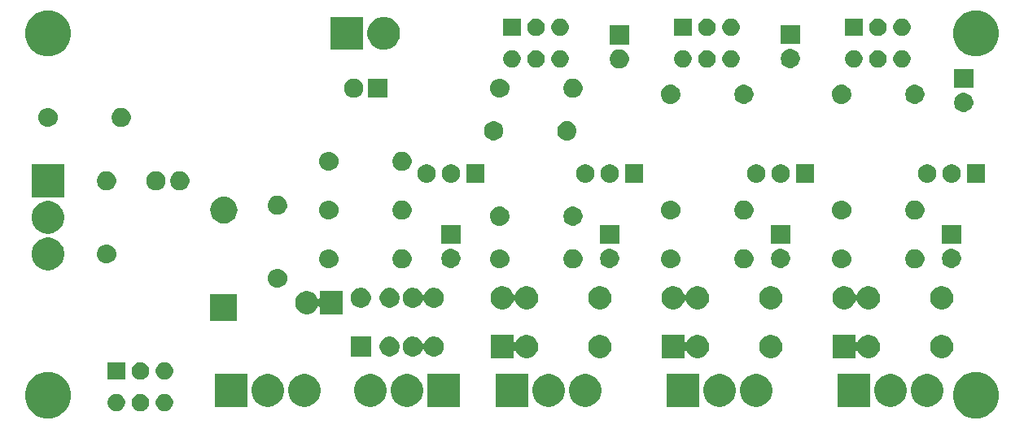
<source format=gbr>
G04 #@! TF.GenerationSoftware,KiCad,Pcbnew,(5.0.1-3-g963ef8bb5)*
G04 #@! TF.CreationDate,2019-03-03T19:22:14-08:00*
G04 #@! TF.ProjectId,Multi-out-Buffer,4D756C74692D6F75742D427566666572,rev?*
G04 #@! TF.SameCoordinates,Original*
G04 #@! TF.FileFunction,Soldermask,Top*
G04 #@! TF.FilePolarity,Negative*
%FSLAX46Y46*%
G04 Gerber Fmt 4.6, Leading zero omitted, Abs format (unit mm)*
G04 Created by KiCad (PCBNEW (5.0.1-3-g963ef8bb5)) date Sunday, March 03, 2019 at 07:22:14 PM*
%MOMM*%
%LPD*%
G01*
G04 APERTURE LIST*
%ADD10C,0.100000*%
G04 APERTURE END LIST*
D10*
G36*
X226411904Y-138846979D02*
X226760054Y-138916230D01*
X227196826Y-139097147D01*
X227589911Y-139359798D01*
X227924202Y-139694089D01*
X228186853Y-140087174D01*
X228367770Y-140523946D01*
X228460000Y-140987621D01*
X228460000Y-141460379D01*
X228367770Y-141924054D01*
X228186853Y-142360826D01*
X227924202Y-142753911D01*
X227589911Y-143088202D01*
X227196826Y-143350853D01*
X226760054Y-143531770D01*
X226411904Y-143601021D01*
X226296381Y-143624000D01*
X225823619Y-143624000D01*
X225708096Y-143601021D01*
X225359946Y-143531770D01*
X224923174Y-143350853D01*
X224530089Y-143088202D01*
X224195798Y-142753911D01*
X223933147Y-142360826D01*
X223752230Y-141924054D01*
X223660000Y-141460379D01*
X223660000Y-140987621D01*
X223752230Y-140523946D01*
X223933147Y-140087174D01*
X224195798Y-139694089D01*
X224530089Y-139359798D01*
X224923174Y-139097147D01*
X225359946Y-138916230D01*
X225708096Y-138846979D01*
X225823619Y-138824000D01*
X226296381Y-138824000D01*
X226411904Y-138846979D01*
X226411904Y-138846979D01*
G37*
G36*
X129891904Y-138846979D02*
X130240054Y-138916230D01*
X130676826Y-139097147D01*
X131069911Y-139359798D01*
X131404202Y-139694089D01*
X131666853Y-140087174D01*
X131847770Y-140523946D01*
X131940000Y-140987621D01*
X131940000Y-141460379D01*
X131847770Y-141924054D01*
X131666853Y-142360826D01*
X131404202Y-142753911D01*
X131069911Y-143088202D01*
X130676826Y-143350853D01*
X130240054Y-143531770D01*
X129891904Y-143601021D01*
X129776381Y-143624000D01*
X129303619Y-143624000D01*
X129188096Y-143601021D01*
X128839946Y-143531770D01*
X128403174Y-143350853D01*
X128010089Y-143088202D01*
X127675798Y-142753911D01*
X127413147Y-142360826D01*
X127232230Y-141924054D01*
X127140000Y-141460379D01*
X127140000Y-140987621D01*
X127232230Y-140523946D01*
X127413147Y-140087174D01*
X127675798Y-139694089D01*
X128010089Y-139359798D01*
X128403174Y-139097147D01*
X128839946Y-138916230D01*
X129188096Y-138846979D01*
X129303619Y-138824000D01*
X129776381Y-138824000D01*
X129891904Y-138846979D01*
X129891904Y-138846979D01*
G37*
G36*
X136914521Y-141118586D02*
X137078309Y-141186429D01*
X137225720Y-141284926D01*
X137351074Y-141410280D01*
X137449571Y-141557691D01*
X137517414Y-141721479D01*
X137552000Y-141895356D01*
X137552000Y-142072644D01*
X137517414Y-142246521D01*
X137449571Y-142410309D01*
X137351074Y-142557720D01*
X137225720Y-142683074D01*
X137078309Y-142781571D01*
X136914521Y-142849414D01*
X136740644Y-142884000D01*
X136563356Y-142884000D01*
X136389479Y-142849414D01*
X136225691Y-142781571D01*
X136078280Y-142683074D01*
X135952926Y-142557720D01*
X135854429Y-142410309D01*
X135786586Y-142246521D01*
X135752000Y-142072644D01*
X135752000Y-141895356D01*
X135786586Y-141721479D01*
X135854429Y-141557691D01*
X135952926Y-141410280D01*
X136078280Y-141284926D01*
X136225691Y-141186429D01*
X136389479Y-141118586D01*
X136563356Y-141084000D01*
X136740644Y-141084000D01*
X136914521Y-141118586D01*
X136914521Y-141118586D01*
G37*
G36*
X139414521Y-141118586D02*
X139578309Y-141186429D01*
X139725720Y-141284926D01*
X139851074Y-141410280D01*
X139949571Y-141557691D01*
X140017414Y-141721479D01*
X140052000Y-141895356D01*
X140052000Y-142072644D01*
X140017414Y-142246521D01*
X139949571Y-142410309D01*
X139851074Y-142557720D01*
X139725720Y-142683074D01*
X139578309Y-142781571D01*
X139414521Y-142849414D01*
X139240644Y-142884000D01*
X139063356Y-142884000D01*
X138889479Y-142849414D01*
X138725691Y-142781571D01*
X138578280Y-142683074D01*
X138452926Y-142557720D01*
X138354429Y-142410309D01*
X138286586Y-142246521D01*
X138252000Y-142072644D01*
X138252000Y-141895356D01*
X138286586Y-141721479D01*
X138354429Y-141557691D01*
X138452926Y-141410280D01*
X138578280Y-141284926D01*
X138725691Y-141186429D01*
X138889479Y-141118586D01*
X139063356Y-141084000D01*
X139240644Y-141084000D01*
X139414521Y-141118586D01*
X139414521Y-141118586D01*
G37*
G36*
X141914521Y-141118586D02*
X142078309Y-141186429D01*
X142225720Y-141284926D01*
X142351074Y-141410280D01*
X142449571Y-141557691D01*
X142517414Y-141721479D01*
X142552000Y-141895356D01*
X142552000Y-142072644D01*
X142517414Y-142246521D01*
X142449571Y-142410309D01*
X142351074Y-142557720D01*
X142225720Y-142683074D01*
X142078309Y-142781571D01*
X141914521Y-142849414D01*
X141740644Y-142884000D01*
X141563356Y-142884000D01*
X141389479Y-142849414D01*
X141225691Y-142781571D01*
X141078280Y-142683074D01*
X140952926Y-142557720D01*
X140854429Y-142410309D01*
X140786586Y-142246521D01*
X140752000Y-142072644D01*
X140752000Y-141895356D01*
X140786586Y-141721479D01*
X140854429Y-141557691D01*
X140952926Y-141410280D01*
X141078280Y-141284926D01*
X141225691Y-141186429D01*
X141389479Y-141118586D01*
X141563356Y-141084000D01*
X141740644Y-141084000D01*
X141914521Y-141118586D01*
X141914521Y-141118586D01*
G37*
G36*
X197279870Y-142415870D02*
X193880130Y-142415870D01*
X193880130Y-139016130D01*
X197279870Y-139016130D01*
X197279870Y-142415870D01*
X197279870Y-142415870D01*
G37*
G36*
X185751629Y-139048793D02*
X185915834Y-139081455D01*
X186043973Y-139134532D01*
X186225189Y-139209594D01*
X186503607Y-139395627D01*
X186740373Y-139632393D01*
X186926406Y-139910811D01*
X187054545Y-140220167D01*
X187119870Y-140548576D01*
X187119870Y-140883424D01*
X187054545Y-141211833D01*
X186926406Y-141521189D01*
X186740373Y-141799607D01*
X186503607Y-142036373D01*
X186225189Y-142222406D01*
X186043973Y-142297468D01*
X185915834Y-142350545D01*
X185751628Y-142383208D01*
X185587424Y-142415870D01*
X185252576Y-142415870D01*
X185088372Y-142383208D01*
X184924166Y-142350545D01*
X184796027Y-142297468D01*
X184614811Y-142222406D01*
X184336393Y-142036373D01*
X184099627Y-141799607D01*
X183913594Y-141521189D01*
X183785455Y-141211833D01*
X183720130Y-140883424D01*
X183720130Y-140548576D01*
X183785455Y-140220167D01*
X183913594Y-139910811D01*
X184099627Y-139632393D01*
X184336393Y-139395627D01*
X184614811Y-139209594D01*
X184796027Y-139134532D01*
X184924166Y-139081455D01*
X185088371Y-139048793D01*
X185252576Y-139016130D01*
X185587424Y-139016130D01*
X185751629Y-139048793D01*
X185751629Y-139048793D01*
G37*
G36*
X181941629Y-139048793D02*
X182105834Y-139081455D01*
X182233973Y-139134532D01*
X182415189Y-139209594D01*
X182693607Y-139395627D01*
X182930373Y-139632393D01*
X183116406Y-139910811D01*
X183244545Y-140220167D01*
X183309870Y-140548576D01*
X183309870Y-140883424D01*
X183244545Y-141211833D01*
X183116406Y-141521189D01*
X182930373Y-141799607D01*
X182693607Y-142036373D01*
X182415189Y-142222406D01*
X182233973Y-142297468D01*
X182105834Y-142350545D01*
X181941628Y-142383208D01*
X181777424Y-142415870D01*
X181442576Y-142415870D01*
X181278372Y-142383208D01*
X181114166Y-142350545D01*
X180986027Y-142297468D01*
X180804811Y-142222406D01*
X180526393Y-142036373D01*
X180289627Y-141799607D01*
X180103594Y-141521189D01*
X179975455Y-141211833D01*
X179910130Y-140883424D01*
X179910130Y-140548576D01*
X179975455Y-140220167D01*
X180103594Y-139910811D01*
X180289627Y-139632393D01*
X180526393Y-139395627D01*
X180804811Y-139209594D01*
X180986027Y-139134532D01*
X181114166Y-139081455D01*
X181278371Y-139048793D01*
X181442576Y-139016130D01*
X181777424Y-139016130D01*
X181941629Y-139048793D01*
X181941629Y-139048793D01*
G37*
G36*
X179499870Y-142415870D02*
X176100130Y-142415870D01*
X176100130Y-139016130D01*
X179499870Y-139016130D01*
X179499870Y-142415870D01*
X179499870Y-142415870D01*
G37*
G36*
X172387870Y-142415870D02*
X168988130Y-142415870D01*
X168988130Y-139016130D01*
X172387870Y-139016130D01*
X172387870Y-142415870D01*
X172387870Y-142415870D01*
G37*
G36*
X167209629Y-139048793D02*
X167373834Y-139081455D01*
X167501973Y-139134532D01*
X167683189Y-139209594D01*
X167961607Y-139395627D01*
X168198373Y-139632393D01*
X168384406Y-139910811D01*
X168512545Y-140220167D01*
X168577870Y-140548576D01*
X168577870Y-140883424D01*
X168512545Y-141211833D01*
X168384406Y-141521189D01*
X168198373Y-141799607D01*
X167961607Y-142036373D01*
X167683189Y-142222406D01*
X167501973Y-142297468D01*
X167373834Y-142350545D01*
X167209628Y-142383208D01*
X167045424Y-142415870D01*
X166710576Y-142415870D01*
X166546372Y-142383208D01*
X166382166Y-142350545D01*
X166254027Y-142297468D01*
X166072811Y-142222406D01*
X165794393Y-142036373D01*
X165557627Y-141799607D01*
X165371594Y-141521189D01*
X165243455Y-141211833D01*
X165178130Y-140883424D01*
X165178130Y-140548576D01*
X165243455Y-140220167D01*
X165371594Y-139910811D01*
X165557627Y-139632393D01*
X165794393Y-139395627D01*
X166072811Y-139209594D01*
X166254027Y-139134532D01*
X166382166Y-139081455D01*
X166546371Y-139048793D01*
X166710576Y-139016130D01*
X167045424Y-139016130D01*
X167209629Y-139048793D01*
X167209629Y-139048793D01*
G37*
G36*
X163399629Y-139048793D02*
X163563834Y-139081455D01*
X163691973Y-139134532D01*
X163873189Y-139209594D01*
X164151607Y-139395627D01*
X164388373Y-139632393D01*
X164574406Y-139910811D01*
X164702545Y-140220167D01*
X164767870Y-140548576D01*
X164767870Y-140883424D01*
X164702545Y-141211833D01*
X164574406Y-141521189D01*
X164388373Y-141799607D01*
X164151607Y-142036373D01*
X163873189Y-142222406D01*
X163691973Y-142297468D01*
X163563834Y-142350545D01*
X163399628Y-142383208D01*
X163235424Y-142415870D01*
X162900576Y-142415870D01*
X162736372Y-142383208D01*
X162572166Y-142350545D01*
X162444027Y-142297468D01*
X162262811Y-142222406D01*
X161984393Y-142036373D01*
X161747627Y-141799607D01*
X161561594Y-141521189D01*
X161433455Y-141211833D01*
X161368130Y-140883424D01*
X161368130Y-140548576D01*
X161433455Y-140220167D01*
X161561594Y-139910811D01*
X161747627Y-139632393D01*
X161984393Y-139395627D01*
X162262811Y-139209594D01*
X162444027Y-139134532D01*
X162572166Y-139081455D01*
X162736371Y-139048793D01*
X162900576Y-139016130D01*
X163235424Y-139016130D01*
X163399629Y-139048793D01*
X163399629Y-139048793D01*
G37*
G36*
X156541629Y-139048793D02*
X156705834Y-139081455D01*
X156833973Y-139134532D01*
X157015189Y-139209594D01*
X157293607Y-139395627D01*
X157530373Y-139632393D01*
X157716406Y-139910811D01*
X157844545Y-140220167D01*
X157909870Y-140548576D01*
X157909870Y-140883424D01*
X157844545Y-141211833D01*
X157716406Y-141521189D01*
X157530373Y-141799607D01*
X157293607Y-142036373D01*
X157015189Y-142222406D01*
X156833973Y-142297468D01*
X156705834Y-142350545D01*
X156541628Y-142383208D01*
X156377424Y-142415870D01*
X156042576Y-142415870D01*
X155878372Y-142383208D01*
X155714166Y-142350545D01*
X155586027Y-142297468D01*
X155404811Y-142222406D01*
X155126393Y-142036373D01*
X154889627Y-141799607D01*
X154703594Y-141521189D01*
X154575455Y-141211833D01*
X154510130Y-140883424D01*
X154510130Y-140548576D01*
X154575455Y-140220167D01*
X154703594Y-139910811D01*
X154889627Y-139632393D01*
X155126393Y-139395627D01*
X155404811Y-139209594D01*
X155586027Y-139134532D01*
X155714166Y-139081455D01*
X155878371Y-139048793D01*
X156042576Y-139016130D01*
X156377424Y-139016130D01*
X156541629Y-139048793D01*
X156541629Y-139048793D01*
G37*
G36*
X152731629Y-139048793D02*
X152895834Y-139081455D01*
X153023973Y-139134532D01*
X153205189Y-139209594D01*
X153483607Y-139395627D01*
X153720373Y-139632393D01*
X153906406Y-139910811D01*
X154034545Y-140220167D01*
X154099870Y-140548576D01*
X154099870Y-140883424D01*
X154034545Y-141211833D01*
X153906406Y-141521189D01*
X153720373Y-141799607D01*
X153483607Y-142036373D01*
X153205189Y-142222406D01*
X153023973Y-142297468D01*
X152895834Y-142350545D01*
X152731628Y-142383208D01*
X152567424Y-142415870D01*
X152232576Y-142415870D01*
X152068372Y-142383208D01*
X151904166Y-142350545D01*
X151776027Y-142297468D01*
X151594811Y-142222406D01*
X151316393Y-142036373D01*
X151079627Y-141799607D01*
X150893594Y-141521189D01*
X150765455Y-141211833D01*
X150700130Y-140883424D01*
X150700130Y-140548576D01*
X150765455Y-140220167D01*
X150893594Y-139910811D01*
X151079627Y-139632393D01*
X151316393Y-139395627D01*
X151594811Y-139209594D01*
X151776027Y-139134532D01*
X151904166Y-139081455D01*
X152068371Y-139048793D01*
X152232576Y-139016130D01*
X152567424Y-139016130D01*
X152731629Y-139048793D01*
X152731629Y-139048793D01*
G37*
G36*
X150289870Y-142415870D02*
X146890130Y-142415870D01*
X146890130Y-139016130D01*
X150289870Y-139016130D01*
X150289870Y-142415870D01*
X150289870Y-142415870D01*
G37*
G36*
X215059870Y-142415870D02*
X211660130Y-142415870D01*
X211660130Y-139016130D01*
X215059870Y-139016130D01*
X215059870Y-142415870D01*
X215059870Y-142415870D01*
G37*
G36*
X199721629Y-139048793D02*
X199885834Y-139081455D01*
X200013973Y-139134532D01*
X200195189Y-139209594D01*
X200473607Y-139395627D01*
X200710373Y-139632393D01*
X200896406Y-139910811D01*
X201024545Y-140220167D01*
X201089870Y-140548576D01*
X201089870Y-140883424D01*
X201024545Y-141211833D01*
X200896406Y-141521189D01*
X200710373Y-141799607D01*
X200473607Y-142036373D01*
X200195189Y-142222406D01*
X200013973Y-142297468D01*
X199885834Y-142350545D01*
X199721628Y-142383208D01*
X199557424Y-142415870D01*
X199222576Y-142415870D01*
X199058372Y-142383208D01*
X198894166Y-142350545D01*
X198766027Y-142297468D01*
X198584811Y-142222406D01*
X198306393Y-142036373D01*
X198069627Y-141799607D01*
X197883594Y-141521189D01*
X197755455Y-141211833D01*
X197690130Y-140883424D01*
X197690130Y-140548576D01*
X197755455Y-140220167D01*
X197883594Y-139910811D01*
X198069627Y-139632393D01*
X198306393Y-139395627D01*
X198584811Y-139209594D01*
X198766027Y-139134532D01*
X198894166Y-139081455D01*
X199058371Y-139048793D01*
X199222576Y-139016130D01*
X199557424Y-139016130D01*
X199721629Y-139048793D01*
X199721629Y-139048793D01*
G37*
G36*
X203531629Y-139048793D02*
X203695834Y-139081455D01*
X203823973Y-139134532D01*
X204005189Y-139209594D01*
X204283607Y-139395627D01*
X204520373Y-139632393D01*
X204706406Y-139910811D01*
X204834545Y-140220167D01*
X204899870Y-140548576D01*
X204899870Y-140883424D01*
X204834545Y-141211833D01*
X204706406Y-141521189D01*
X204520373Y-141799607D01*
X204283607Y-142036373D01*
X204005189Y-142222406D01*
X203823973Y-142297468D01*
X203695834Y-142350545D01*
X203531628Y-142383208D01*
X203367424Y-142415870D01*
X203032576Y-142415870D01*
X202868372Y-142383208D01*
X202704166Y-142350545D01*
X202576027Y-142297468D01*
X202394811Y-142222406D01*
X202116393Y-142036373D01*
X201879627Y-141799607D01*
X201693594Y-141521189D01*
X201565455Y-141211833D01*
X201500130Y-140883424D01*
X201500130Y-140548576D01*
X201565455Y-140220167D01*
X201693594Y-139910811D01*
X201879627Y-139632393D01*
X202116393Y-139395627D01*
X202394811Y-139209594D01*
X202576027Y-139134532D01*
X202704166Y-139081455D01*
X202868371Y-139048793D01*
X203032576Y-139016130D01*
X203367424Y-139016130D01*
X203531629Y-139048793D01*
X203531629Y-139048793D01*
G37*
G36*
X217501629Y-139048793D02*
X217665834Y-139081455D01*
X217793973Y-139134532D01*
X217975189Y-139209594D01*
X218253607Y-139395627D01*
X218490373Y-139632393D01*
X218676406Y-139910811D01*
X218804545Y-140220167D01*
X218869870Y-140548576D01*
X218869870Y-140883424D01*
X218804545Y-141211833D01*
X218676406Y-141521189D01*
X218490373Y-141799607D01*
X218253607Y-142036373D01*
X217975189Y-142222406D01*
X217793973Y-142297468D01*
X217665834Y-142350545D01*
X217501628Y-142383208D01*
X217337424Y-142415870D01*
X217002576Y-142415870D01*
X216838372Y-142383208D01*
X216674166Y-142350545D01*
X216546027Y-142297468D01*
X216364811Y-142222406D01*
X216086393Y-142036373D01*
X215849627Y-141799607D01*
X215663594Y-141521189D01*
X215535455Y-141211833D01*
X215470130Y-140883424D01*
X215470130Y-140548576D01*
X215535455Y-140220167D01*
X215663594Y-139910811D01*
X215849627Y-139632393D01*
X216086393Y-139395627D01*
X216364811Y-139209594D01*
X216546027Y-139134532D01*
X216674166Y-139081455D01*
X216838371Y-139048793D01*
X217002576Y-139016130D01*
X217337424Y-139016130D01*
X217501629Y-139048793D01*
X217501629Y-139048793D01*
G37*
G36*
X221311629Y-139048793D02*
X221475834Y-139081455D01*
X221603973Y-139134532D01*
X221785189Y-139209594D01*
X222063607Y-139395627D01*
X222300373Y-139632393D01*
X222486406Y-139910811D01*
X222614545Y-140220167D01*
X222679870Y-140548576D01*
X222679870Y-140883424D01*
X222614545Y-141211833D01*
X222486406Y-141521189D01*
X222300373Y-141799607D01*
X222063607Y-142036373D01*
X221785189Y-142222406D01*
X221603973Y-142297468D01*
X221475834Y-142350545D01*
X221311628Y-142383208D01*
X221147424Y-142415870D01*
X220812576Y-142415870D01*
X220648372Y-142383208D01*
X220484166Y-142350545D01*
X220356027Y-142297468D01*
X220174811Y-142222406D01*
X219896393Y-142036373D01*
X219659627Y-141799607D01*
X219473594Y-141521189D01*
X219345455Y-141211833D01*
X219280130Y-140883424D01*
X219280130Y-140548576D01*
X219345455Y-140220167D01*
X219473594Y-139910811D01*
X219659627Y-139632393D01*
X219896393Y-139395627D01*
X220174811Y-139209594D01*
X220356027Y-139134532D01*
X220484166Y-139081455D01*
X220648371Y-139048793D01*
X220812576Y-139016130D01*
X221147424Y-139016130D01*
X221311629Y-139048793D01*
X221311629Y-139048793D01*
G37*
G36*
X137552000Y-139584000D02*
X135752000Y-139584000D01*
X135752000Y-137784000D01*
X137552000Y-137784000D01*
X137552000Y-139584000D01*
X137552000Y-139584000D01*
G37*
G36*
X141914521Y-137818586D02*
X142078309Y-137886429D01*
X142225720Y-137984926D01*
X142351074Y-138110280D01*
X142449571Y-138257691D01*
X142517414Y-138421479D01*
X142552000Y-138595356D01*
X142552000Y-138772644D01*
X142517414Y-138946521D01*
X142449571Y-139110309D01*
X142351074Y-139257720D01*
X142225720Y-139383074D01*
X142078309Y-139481571D01*
X141914521Y-139549414D01*
X141740644Y-139584000D01*
X141563356Y-139584000D01*
X141389479Y-139549414D01*
X141225691Y-139481571D01*
X141078280Y-139383074D01*
X140952926Y-139257720D01*
X140854429Y-139110309D01*
X140786586Y-138946521D01*
X140752000Y-138772644D01*
X140752000Y-138595356D01*
X140786586Y-138421479D01*
X140854429Y-138257691D01*
X140952926Y-138110280D01*
X141078280Y-137984926D01*
X141225691Y-137886429D01*
X141389479Y-137818586D01*
X141563356Y-137784000D01*
X141740644Y-137784000D01*
X141914521Y-137818586D01*
X141914521Y-137818586D01*
G37*
G36*
X139414521Y-137818586D02*
X139578309Y-137886429D01*
X139725720Y-137984926D01*
X139851074Y-138110280D01*
X139949571Y-138257691D01*
X140017414Y-138421479D01*
X140052000Y-138595356D01*
X140052000Y-138772644D01*
X140017414Y-138946521D01*
X139949571Y-139110309D01*
X139851074Y-139257720D01*
X139725720Y-139383074D01*
X139578309Y-139481571D01*
X139414521Y-139549414D01*
X139240644Y-139584000D01*
X139063356Y-139584000D01*
X138889479Y-139549414D01*
X138725691Y-139481571D01*
X138578280Y-139383074D01*
X138452926Y-139257720D01*
X138354429Y-139110309D01*
X138286586Y-138946521D01*
X138252000Y-138772644D01*
X138252000Y-138595356D01*
X138286586Y-138421479D01*
X138354429Y-138257691D01*
X138452926Y-138110280D01*
X138578280Y-137984926D01*
X138725691Y-137886429D01*
X138889479Y-137818586D01*
X139063356Y-137784000D01*
X139240644Y-137784000D01*
X139414521Y-137818586D01*
X139414521Y-137818586D01*
G37*
G36*
X195764000Y-135614877D02*
X195766402Y-135639263D01*
X195773515Y-135662712D01*
X195785066Y-135684323D01*
X195800612Y-135703265D01*
X195819554Y-135718811D01*
X195841165Y-135730362D01*
X195864614Y-135737475D01*
X195889000Y-135739877D01*
X195913386Y-135737475D01*
X195936835Y-135730362D01*
X195958446Y-135718811D01*
X195977388Y-135703265D01*
X195992934Y-135684323D01*
X196004485Y-135662712D01*
X196040573Y-135575588D01*
X196171901Y-135379042D01*
X196339042Y-135211901D01*
X196535588Y-135080573D01*
X196753974Y-134990115D01*
X196985809Y-134944000D01*
X197222191Y-134944000D01*
X197454026Y-134990115D01*
X197672412Y-135080573D01*
X197868958Y-135211901D01*
X198036099Y-135379042D01*
X198167427Y-135575588D01*
X198257885Y-135793974D01*
X198304000Y-136025809D01*
X198304000Y-136262191D01*
X198257885Y-136494026D01*
X198167427Y-136712412D01*
X198036099Y-136908958D01*
X197868958Y-137076099D01*
X197672412Y-137207427D01*
X197454026Y-137297885D01*
X197222191Y-137344000D01*
X196985809Y-137344000D01*
X196753974Y-137297885D01*
X196535588Y-137207427D01*
X196339042Y-137076099D01*
X196171901Y-136908958D01*
X196040573Y-136712412D01*
X196004485Y-136625288D01*
X195992934Y-136603677D01*
X195977388Y-136584735D01*
X195958446Y-136569189D01*
X195936835Y-136557638D01*
X195913386Y-136550525D01*
X195889000Y-136548123D01*
X195864614Y-136550525D01*
X195841165Y-136557638D01*
X195819554Y-136569189D01*
X195800612Y-136584735D01*
X195785066Y-136603677D01*
X195773515Y-136625288D01*
X195766402Y-136648737D01*
X195764000Y-136673123D01*
X195764000Y-137344000D01*
X193364000Y-137344000D01*
X193364000Y-134944000D01*
X195764000Y-134944000D01*
X195764000Y-135614877D01*
X195764000Y-135614877D01*
G37*
G36*
X187294026Y-134990115D02*
X187512412Y-135080573D01*
X187708958Y-135211901D01*
X187876099Y-135379042D01*
X188007427Y-135575588D01*
X188097885Y-135793974D01*
X188144000Y-136025809D01*
X188144000Y-136262191D01*
X188097885Y-136494026D01*
X188007427Y-136712412D01*
X187876099Y-136908958D01*
X187708958Y-137076099D01*
X187512412Y-137207427D01*
X187294026Y-137297885D01*
X187062191Y-137344000D01*
X186825809Y-137344000D01*
X186593974Y-137297885D01*
X186375588Y-137207427D01*
X186179042Y-137076099D01*
X186011901Y-136908958D01*
X185880573Y-136712412D01*
X185790115Y-136494026D01*
X185744000Y-136262191D01*
X185744000Y-136025809D01*
X185790115Y-135793974D01*
X185880573Y-135575588D01*
X186011901Y-135379042D01*
X186179042Y-135211901D01*
X186375588Y-135080573D01*
X186593974Y-134990115D01*
X186825809Y-134944000D01*
X187062191Y-134944000D01*
X187294026Y-134990115D01*
X187294026Y-134990115D01*
G37*
G36*
X177984000Y-135614877D02*
X177986402Y-135639263D01*
X177993515Y-135662712D01*
X178005066Y-135684323D01*
X178020612Y-135703265D01*
X178039554Y-135718811D01*
X178061165Y-135730362D01*
X178084614Y-135737475D01*
X178109000Y-135739877D01*
X178133386Y-135737475D01*
X178156835Y-135730362D01*
X178178446Y-135718811D01*
X178197388Y-135703265D01*
X178212934Y-135684323D01*
X178224485Y-135662712D01*
X178260573Y-135575588D01*
X178391901Y-135379042D01*
X178559042Y-135211901D01*
X178755588Y-135080573D01*
X178973974Y-134990115D01*
X179205809Y-134944000D01*
X179442191Y-134944000D01*
X179674026Y-134990115D01*
X179892412Y-135080573D01*
X180088958Y-135211901D01*
X180256099Y-135379042D01*
X180387427Y-135575588D01*
X180477885Y-135793974D01*
X180524000Y-136025809D01*
X180524000Y-136262191D01*
X180477885Y-136494026D01*
X180387427Y-136712412D01*
X180256099Y-136908958D01*
X180088958Y-137076099D01*
X179892412Y-137207427D01*
X179674026Y-137297885D01*
X179442191Y-137344000D01*
X179205809Y-137344000D01*
X178973974Y-137297885D01*
X178755588Y-137207427D01*
X178559042Y-137076099D01*
X178391901Y-136908958D01*
X178260573Y-136712412D01*
X178224485Y-136625288D01*
X178212934Y-136603677D01*
X178197388Y-136584735D01*
X178178446Y-136569189D01*
X178156835Y-136557638D01*
X178133386Y-136550525D01*
X178109000Y-136548123D01*
X178084614Y-136550525D01*
X178061165Y-136557638D01*
X178039554Y-136569189D01*
X178020612Y-136584735D01*
X178005066Y-136603677D01*
X177993515Y-136625288D01*
X177986402Y-136648737D01*
X177984000Y-136673123D01*
X177984000Y-137344000D01*
X175584000Y-137344000D01*
X175584000Y-134944000D01*
X177984000Y-134944000D01*
X177984000Y-135614877D01*
X177984000Y-135614877D01*
G37*
G36*
X222854026Y-134990115D02*
X223072412Y-135080573D01*
X223268958Y-135211901D01*
X223436099Y-135379042D01*
X223567427Y-135575588D01*
X223657885Y-135793974D01*
X223704000Y-136025809D01*
X223704000Y-136262191D01*
X223657885Y-136494026D01*
X223567427Y-136712412D01*
X223436099Y-136908958D01*
X223268958Y-137076099D01*
X223072412Y-137207427D01*
X222854026Y-137297885D01*
X222622191Y-137344000D01*
X222385809Y-137344000D01*
X222153974Y-137297885D01*
X221935588Y-137207427D01*
X221739042Y-137076099D01*
X221571901Y-136908958D01*
X221440573Y-136712412D01*
X221350115Y-136494026D01*
X221304000Y-136262191D01*
X221304000Y-136025809D01*
X221350115Y-135793974D01*
X221440573Y-135575588D01*
X221571901Y-135379042D01*
X221739042Y-135211901D01*
X221935588Y-135080573D01*
X222153974Y-134990115D01*
X222385809Y-134944000D01*
X222622191Y-134944000D01*
X222854026Y-134990115D01*
X222854026Y-134990115D01*
G37*
G36*
X213544000Y-135614877D02*
X213546402Y-135639263D01*
X213553515Y-135662712D01*
X213565066Y-135684323D01*
X213580612Y-135703265D01*
X213599554Y-135718811D01*
X213621165Y-135730362D01*
X213644614Y-135737475D01*
X213669000Y-135739877D01*
X213693386Y-135737475D01*
X213716835Y-135730362D01*
X213738446Y-135718811D01*
X213757388Y-135703265D01*
X213772934Y-135684323D01*
X213784485Y-135662712D01*
X213820573Y-135575588D01*
X213951901Y-135379042D01*
X214119042Y-135211901D01*
X214315588Y-135080573D01*
X214533974Y-134990115D01*
X214765809Y-134944000D01*
X215002191Y-134944000D01*
X215234026Y-134990115D01*
X215452412Y-135080573D01*
X215648958Y-135211901D01*
X215816099Y-135379042D01*
X215947427Y-135575588D01*
X216037885Y-135793974D01*
X216084000Y-136025809D01*
X216084000Y-136262191D01*
X216037885Y-136494026D01*
X215947427Y-136712412D01*
X215816099Y-136908958D01*
X215648958Y-137076099D01*
X215452412Y-137207427D01*
X215234026Y-137297885D01*
X215002191Y-137344000D01*
X214765809Y-137344000D01*
X214533974Y-137297885D01*
X214315588Y-137207427D01*
X214119042Y-137076099D01*
X213951901Y-136908958D01*
X213820573Y-136712412D01*
X213784485Y-136625288D01*
X213772934Y-136603677D01*
X213757388Y-136584735D01*
X213738446Y-136569189D01*
X213716835Y-136557638D01*
X213693386Y-136550525D01*
X213669000Y-136548123D01*
X213644614Y-136550525D01*
X213621165Y-136557638D01*
X213599554Y-136569189D01*
X213580612Y-136584735D01*
X213565066Y-136603677D01*
X213553515Y-136625288D01*
X213546402Y-136648737D01*
X213544000Y-136673123D01*
X213544000Y-137344000D01*
X211144000Y-137344000D01*
X211144000Y-134944000D01*
X213544000Y-134944000D01*
X213544000Y-135614877D01*
X213544000Y-135614877D01*
G37*
G36*
X205074026Y-134990115D02*
X205292412Y-135080573D01*
X205488958Y-135211901D01*
X205656099Y-135379042D01*
X205787427Y-135575588D01*
X205877885Y-135793974D01*
X205924000Y-136025809D01*
X205924000Y-136262191D01*
X205877885Y-136494026D01*
X205787427Y-136712412D01*
X205656099Y-136908958D01*
X205488958Y-137076099D01*
X205292412Y-137207427D01*
X205074026Y-137297885D01*
X204842191Y-137344000D01*
X204605809Y-137344000D01*
X204373974Y-137297885D01*
X204155588Y-137207427D01*
X203959042Y-137076099D01*
X203791901Y-136908958D01*
X203660573Y-136712412D01*
X203570115Y-136494026D01*
X203524000Y-136262191D01*
X203524000Y-136025809D01*
X203570115Y-135793974D01*
X203660573Y-135575588D01*
X203791901Y-135379042D01*
X203959042Y-135211901D01*
X204155588Y-135080573D01*
X204373974Y-134990115D01*
X204605809Y-134944000D01*
X204842191Y-134944000D01*
X205074026Y-134990115D01*
X205074026Y-134990115D01*
G37*
G36*
X167597888Y-135098470D02*
X167778274Y-135134350D01*
X167969362Y-135213502D01*
X168141336Y-135328411D01*
X168287589Y-135474664D01*
X168402498Y-135646638D01*
X168456522Y-135777062D01*
X168468066Y-135798659D01*
X168483612Y-135817601D01*
X168502554Y-135833147D01*
X168524165Y-135844698D01*
X168547614Y-135851811D01*
X168572000Y-135854213D01*
X168596386Y-135851811D01*
X168619836Y-135844698D01*
X168641446Y-135833147D01*
X168660388Y-135817601D01*
X168675934Y-135798659D01*
X168687478Y-135777062D01*
X168741502Y-135646638D01*
X168856411Y-135474664D01*
X169002664Y-135328411D01*
X169174638Y-135213502D01*
X169365726Y-135134350D01*
X169546112Y-135098470D01*
X169568583Y-135094000D01*
X169775417Y-135094000D01*
X169797888Y-135098470D01*
X169978274Y-135134350D01*
X170169362Y-135213502D01*
X170341336Y-135328411D01*
X170487589Y-135474664D01*
X170602498Y-135646638D01*
X170681650Y-135837726D01*
X170722000Y-136040584D01*
X170722000Y-136247416D01*
X170681650Y-136450274D01*
X170602498Y-136641362D01*
X170487589Y-136813336D01*
X170341336Y-136959589D01*
X170169362Y-137074498D01*
X169978274Y-137153650D01*
X169797888Y-137189530D01*
X169775417Y-137194000D01*
X169568583Y-137194000D01*
X169546112Y-137189530D01*
X169365726Y-137153650D01*
X169174638Y-137074498D01*
X169002664Y-136959589D01*
X168856411Y-136813336D01*
X168741502Y-136641362D01*
X168687478Y-136510938D01*
X168675934Y-136489341D01*
X168660388Y-136470399D01*
X168641446Y-136454853D01*
X168619835Y-136443302D01*
X168596386Y-136436189D01*
X168572000Y-136433787D01*
X168547614Y-136436189D01*
X168524164Y-136443302D01*
X168502554Y-136454853D01*
X168483612Y-136470399D01*
X168468066Y-136489341D01*
X168456522Y-136510938D01*
X168402498Y-136641362D01*
X168287589Y-136813336D01*
X168141336Y-136959589D01*
X167969362Y-137074498D01*
X167778274Y-137153650D01*
X167597888Y-137189530D01*
X167575417Y-137194000D01*
X167368583Y-137194000D01*
X167346112Y-137189530D01*
X167165726Y-137153650D01*
X166974638Y-137074498D01*
X166802664Y-136959589D01*
X166656411Y-136813336D01*
X166541502Y-136641362D01*
X166462350Y-136450274D01*
X166422000Y-136247416D01*
X166422000Y-136040584D01*
X166462350Y-135837726D01*
X166541502Y-135646638D01*
X166656411Y-135474664D01*
X166802664Y-135328411D01*
X166974638Y-135213502D01*
X167165726Y-135134350D01*
X167346112Y-135098470D01*
X167368583Y-135094000D01*
X167575417Y-135094000D01*
X167597888Y-135098470D01*
X167597888Y-135098470D01*
G37*
G36*
X165197888Y-135098470D02*
X165378274Y-135134350D01*
X165569362Y-135213502D01*
X165741336Y-135328411D01*
X165887589Y-135474664D01*
X166002498Y-135646638D01*
X166081650Y-135837726D01*
X166122000Y-136040584D01*
X166122000Y-136247416D01*
X166081650Y-136450274D01*
X166002498Y-136641362D01*
X165887589Y-136813336D01*
X165741336Y-136959589D01*
X165569362Y-137074498D01*
X165378274Y-137153650D01*
X165197888Y-137189530D01*
X165175417Y-137194000D01*
X164968583Y-137194000D01*
X164946112Y-137189530D01*
X164765726Y-137153650D01*
X164574638Y-137074498D01*
X164402664Y-136959589D01*
X164256411Y-136813336D01*
X164141502Y-136641362D01*
X164062350Y-136450274D01*
X164022000Y-136247416D01*
X164022000Y-136040584D01*
X164062350Y-135837726D01*
X164141502Y-135646638D01*
X164256411Y-135474664D01*
X164402664Y-135328411D01*
X164574638Y-135213502D01*
X164765726Y-135134350D01*
X164946112Y-135098470D01*
X164968583Y-135094000D01*
X165175417Y-135094000D01*
X165197888Y-135098470D01*
X165197888Y-135098470D01*
G37*
G36*
X163122000Y-137194000D02*
X161022000Y-137194000D01*
X161022000Y-135094000D01*
X163122000Y-135094000D01*
X163122000Y-137194000D01*
X163122000Y-137194000D01*
G37*
G36*
X149228000Y-133480000D02*
X146428000Y-133480000D01*
X146428000Y-130680000D01*
X149228000Y-130680000D01*
X149228000Y-133480000D01*
X149228000Y-133480000D01*
G37*
G36*
X156814026Y-130418115D02*
X157032412Y-130508573D01*
X157228958Y-130639901D01*
X157396099Y-130807042D01*
X157527427Y-131003588D01*
X157563515Y-131090712D01*
X157575066Y-131112323D01*
X157590612Y-131131265D01*
X157609554Y-131146811D01*
X157631165Y-131158362D01*
X157654614Y-131165475D01*
X157679000Y-131167877D01*
X157703386Y-131165475D01*
X157726835Y-131158362D01*
X157748446Y-131146811D01*
X157767388Y-131131265D01*
X157782934Y-131112323D01*
X157794485Y-131090712D01*
X157801598Y-131067263D01*
X157804000Y-131042877D01*
X157804000Y-130372000D01*
X160204000Y-130372000D01*
X160204000Y-132772000D01*
X157804000Y-132772000D01*
X157804000Y-132101123D01*
X157801598Y-132076737D01*
X157794485Y-132053288D01*
X157782934Y-132031677D01*
X157767388Y-132012735D01*
X157748446Y-131997189D01*
X157726835Y-131985638D01*
X157703386Y-131978525D01*
X157679000Y-131976123D01*
X157654614Y-131978525D01*
X157631165Y-131985638D01*
X157609554Y-131997189D01*
X157590612Y-132012735D01*
X157575066Y-132031677D01*
X157563515Y-132053288D01*
X157527427Y-132140412D01*
X157396099Y-132336958D01*
X157228958Y-132504099D01*
X157032412Y-132635427D01*
X156814026Y-132725885D01*
X156582191Y-132772000D01*
X156345809Y-132772000D01*
X156113974Y-132725885D01*
X155895588Y-132635427D01*
X155699042Y-132504099D01*
X155531901Y-132336958D01*
X155400573Y-132140412D01*
X155310115Y-131922026D01*
X155264000Y-131690191D01*
X155264000Y-131453809D01*
X155310115Y-131221974D01*
X155400573Y-131003588D01*
X155531901Y-130807042D01*
X155699042Y-130639901D01*
X155895588Y-130508573D01*
X156113974Y-130418115D01*
X156345809Y-130372000D01*
X156582191Y-130372000D01*
X156814026Y-130418115D01*
X156814026Y-130418115D01*
G37*
G36*
X212694026Y-129910115D02*
X212912412Y-130000573D01*
X213108958Y-130131901D01*
X213276099Y-130299042D01*
X213407427Y-130495588D01*
X213498515Y-130715495D01*
X213510066Y-130737106D01*
X213525611Y-130756048D01*
X213544554Y-130771594D01*
X213566164Y-130783145D01*
X213589613Y-130790258D01*
X213614000Y-130792660D01*
X213638386Y-130790258D01*
X213661835Y-130783145D01*
X213683446Y-130771594D01*
X213702388Y-130756049D01*
X213717934Y-130737106D01*
X213729485Y-130715495D01*
X213820573Y-130495588D01*
X213951901Y-130299042D01*
X214119042Y-130131901D01*
X214315588Y-130000573D01*
X214533974Y-129910115D01*
X214765809Y-129864000D01*
X215002191Y-129864000D01*
X215234026Y-129910115D01*
X215452412Y-130000573D01*
X215648958Y-130131901D01*
X215816099Y-130299042D01*
X215947427Y-130495588D01*
X216037885Y-130713974D01*
X216084000Y-130945809D01*
X216084000Y-131182191D01*
X216037885Y-131414026D01*
X215947427Y-131632412D01*
X215816099Y-131828958D01*
X215648958Y-131996099D01*
X215452412Y-132127427D01*
X215234026Y-132217885D01*
X215002191Y-132264000D01*
X214765809Y-132264000D01*
X214533974Y-132217885D01*
X214315588Y-132127427D01*
X214119042Y-131996099D01*
X213951901Y-131828958D01*
X213820573Y-131632412D01*
X213729485Y-131412505D01*
X213717934Y-131390894D01*
X213702389Y-131371952D01*
X213683446Y-131356406D01*
X213661836Y-131344855D01*
X213638387Y-131337742D01*
X213614000Y-131335340D01*
X213589614Y-131337742D01*
X213566165Y-131344855D01*
X213544554Y-131356406D01*
X213525612Y-131371951D01*
X213510066Y-131390894D01*
X213498515Y-131412505D01*
X213407427Y-131632412D01*
X213276099Y-131828958D01*
X213108958Y-131996099D01*
X212912412Y-132127427D01*
X212694026Y-132217885D01*
X212462191Y-132264000D01*
X212225809Y-132264000D01*
X211993974Y-132217885D01*
X211775588Y-132127427D01*
X211579042Y-131996099D01*
X211411901Y-131828958D01*
X211280573Y-131632412D01*
X211190115Y-131414026D01*
X211144000Y-131182191D01*
X211144000Y-130945809D01*
X211190115Y-130713974D01*
X211280573Y-130495588D01*
X211411901Y-130299042D01*
X211579042Y-130131901D01*
X211775588Y-130000573D01*
X211993974Y-129910115D01*
X212225809Y-129864000D01*
X212462191Y-129864000D01*
X212694026Y-129910115D01*
X212694026Y-129910115D01*
G37*
G36*
X194914026Y-129910115D02*
X195132412Y-130000573D01*
X195328958Y-130131901D01*
X195496099Y-130299042D01*
X195627427Y-130495588D01*
X195718515Y-130715495D01*
X195730066Y-130737106D01*
X195745611Y-130756048D01*
X195764554Y-130771594D01*
X195786164Y-130783145D01*
X195809613Y-130790258D01*
X195834000Y-130792660D01*
X195858386Y-130790258D01*
X195881835Y-130783145D01*
X195903446Y-130771594D01*
X195922388Y-130756049D01*
X195937934Y-130737106D01*
X195949485Y-130715495D01*
X196040573Y-130495588D01*
X196171901Y-130299042D01*
X196339042Y-130131901D01*
X196535588Y-130000573D01*
X196753974Y-129910115D01*
X196985809Y-129864000D01*
X197222191Y-129864000D01*
X197454026Y-129910115D01*
X197672412Y-130000573D01*
X197868958Y-130131901D01*
X198036099Y-130299042D01*
X198167427Y-130495588D01*
X198257885Y-130713974D01*
X198304000Y-130945809D01*
X198304000Y-131182191D01*
X198257885Y-131414026D01*
X198167427Y-131632412D01*
X198036099Y-131828958D01*
X197868958Y-131996099D01*
X197672412Y-132127427D01*
X197454026Y-132217885D01*
X197222191Y-132264000D01*
X196985809Y-132264000D01*
X196753974Y-132217885D01*
X196535588Y-132127427D01*
X196339042Y-131996099D01*
X196171901Y-131828958D01*
X196040573Y-131632412D01*
X195949485Y-131412505D01*
X195937934Y-131390894D01*
X195922389Y-131371952D01*
X195903446Y-131356406D01*
X195881836Y-131344855D01*
X195858387Y-131337742D01*
X195834000Y-131335340D01*
X195809614Y-131337742D01*
X195786165Y-131344855D01*
X195764554Y-131356406D01*
X195745612Y-131371951D01*
X195730066Y-131390894D01*
X195718515Y-131412505D01*
X195627427Y-131632412D01*
X195496099Y-131828958D01*
X195328958Y-131996099D01*
X195132412Y-132127427D01*
X194914026Y-132217885D01*
X194682191Y-132264000D01*
X194445809Y-132264000D01*
X194213974Y-132217885D01*
X193995588Y-132127427D01*
X193799042Y-131996099D01*
X193631901Y-131828958D01*
X193500573Y-131632412D01*
X193410115Y-131414026D01*
X193364000Y-131182191D01*
X193364000Y-130945809D01*
X193410115Y-130713974D01*
X193500573Y-130495588D01*
X193631901Y-130299042D01*
X193799042Y-130131901D01*
X193995588Y-130000573D01*
X194213974Y-129910115D01*
X194445809Y-129864000D01*
X194682191Y-129864000D01*
X194914026Y-129910115D01*
X194914026Y-129910115D01*
G37*
G36*
X222854026Y-129910115D02*
X223072412Y-130000573D01*
X223268958Y-130131901D01*
X223436099Y-130299042D01*
X223567427Y-130495588D01*
X223657885Y-130713974D01*
X223704000Y-130945809D01*
X223704000Y-131182191D01*
X223657885Y-131414026D01*
X223567427Y-131632412D01*
X223436099Y-131828958D01*
X223268958Y-131996099D01*
X223072412Y-132127427D01*
X222854026Y-132217885D01*
X222622191Y-132264000D01*
X222385809Y-132264000D01*
X222153974Y-132217885D01*
X221935588Y-132127427D01*
X221739042Y-131996099D01*
X221571901Y-131828958D01*
X221440573Y-131632412D01*
X221350115Y-131414026D01*
X221304000Y-131182191D01*
X221304000Y-130945809D01*
X221350115Y-130713974D01*
X221440573Y-130495588D01*
X221571901Y-130299042D01*
X221739042Y-130131901D01*
X221935588Y-130000573D01*
X222153974Y-129910115D01*
X222385809Y-129864000D01*
X222622191Y-129864000D01*
X222854026Y-129910115D01*
X222854026Y-129910115D01*
G37*
G36*
X177134026Y-129910115D02*
X177352412Y-130000573D01*
X177548958Y-130131901D01*
X177716099Y-130299042D01*
X177847427Y-130495588D01*
X177938515Y-130715495D01*
X177950066Y-130737106D01*
X177965611Y-130756048D01*
X177984554Y-130771594D01*
X178006164Y-130783145D01*
X178029613Y-130790258D01*
X178054000Y-130792660D01*
X178078386Y-130790258D01*
X178101835Y-130783145D01*
X178123446Y-130771594D01*
X178142388Y-130756049D01*
X178157934Y-130737106D01*
X178169485Y-130715495D01*
X178260573Y-130495588D01*
X178391901Y-130299042D01*
X178559042Y-130131901D01*
X178755588Y-130000573D01*
X178973974Y-129910115D01*
X179205809Y-129864000D01*
X179442191Y-129864000D01*
X179674026Y-129910115D01*
X179892412Y-130000573D01*
X180088958Y-130131901D01*
X180256099Y-130299042D01*
X180387427Y-130495588D01*
X180477885Y-130713974D01*
X180524000Y-130945809D01*
X180524000Y-131182191D01*
X180477885Y-131414026D01*
X180387427Y-131632412D01*
X180256099Y-131828958D01*
X180088958Y-131996099D01*
X179892412Y-132127427D01*
X179674026Y-132217885D01*
X179442191Y-132264000D01*
X179205809Y-132264000D01*
X178973974Y-132217885D01*
X178755588Y-132127427D01*
X178559042Y-131996099D01*
X178391901Y-131828958D01*
X178260573Y-131632412D01*
X178169485Y-131412505D01*
X178157934Y-131390894D01*
X178142389Y-131371952D01*
X178123446Y-131356406D01*
X178101836Y-131344855D01*
X178078387Y-131337742D01*
X178054000Y-131335340D01*
X178029614Y-131337742D01*
X178006165Y-131344855D01*
X177984554Y-131356406D01*
X177965612Y-131371951D01*
X177950066Y-131390894D01*
X177938515Y-131412505D01*
X177847427Y-131632412D01*
X177716099Y-131828958D01*
X177548958Y-131996099D01*
X177352412Y-132127427D01*
X177134026Y-132217885D01*
X176902191Y-132264000D01*
X176665809Y-132264000D01*
X176433974Y-132217885D01*
X176215588Y-132127427D01*
X176019042Y-131996099D01*
X175851901Y-131828958D01*
X175720573Y-131632412D01*
X175630115Y-131414026D01*
X175584000Y-131182191D01*
X175584000Y-130945809D01*
X175630115Y-130713974D01*
X175720573Y-130495588D01*
X175851901Y-130299042D01*
X176019042Y-130131901D01*
X176215588Y-130000573D01*
X176433974Y-129910115D01*
X176665809Y-129864000D01*
X176902191Y-129864000D01*
X177134026Y-129910115D01*
X177134026Y-129910115D01*
G37*
G36*
X205074026Y-129910115D02*
X205292412Y-130000573D01*
X205488958Y-130131901D01*
X205656099Y-130299042D01*
X205787427Y-130495588D01*
X205877885Y-130713974D01*
X205924000Y-130945809D01*
X205924000Y-131182191D01*
X205877885Y-131414026D01*
X205787427Y-131632412D01*
X205656099Y-131828958D01*
X205488958Y-131996099D01*
X205292412Y-132127427D01*
X205074026Y-132217885D01*
X204842191Y-132264000D01*
X204605809Y-132264000D01*
X204373974Y-132217885D01*
X204155588Y-132127427D01*
X203959042Y-131996099D01*
X203791901Y-131828958D01*
X203660573Y-131632412D01*
X203570115Y-131414026D01*
X203524000Y-131182191D01*
X203524000Y-130945809D01*
X203570115Y-130713974D01*
X203660573Y-130495588D01*
X203791901Y-130299042D01*
X203959042Y-130131901D01*
X204155588Y-130000573D01*
X204373974Y-129910115D01*
X204605809Y-129864000D01*
X204842191Y-129864000D01*
X205074026Y-129910115D01*
X205074026Y-129910115D01*
G37*
G36*
X187294026Y-129910115D02*
X187512412Y-130000573D01*
X187708958Y-130131901D01*
X187876099Y-130299042D01*
X188007427Y-130495588D01*
X188097885Y-130713974D01*
X188144000Y-130945809D01*
X188144000Y-131182191D01*
X188097885Y-131414026D01*
X188007427Y-131632412D01*
X187876099Y-131828958D01*
X187708958Y-131996099D01*
X187512412Y-132127427D01*
X187294026Y-132217885D01*
X187062191Y-132264000D01*
X186825809Y-132264000D01*
X186593974Y-132217885D01*
X186375588Y-132127427D01*
X186179042Y-131996099D01*
X186011901Y-131828958D01*
X185880573Y-131632412D01*
X185790115Y-131414026D01*
X185744000Y-131182191D01*
X185744000Y-130945809D01*
X185790115Y-130713974D01*
X185880573Y-130495588D01*
X186011901Y-130299042D01*
X186179042Y-130131901D01*
X186375588Y-130000573D01*
X186593974Y-129910115D01*
X186825809Y-129864000D01*
X187062191Y-129864000D01*
X187294026Y-129910115D01*
X187294026Y-129910115D01*
G37*
G36*
X162193163Y-130017530D02*
X162378274Y-130054350D01*
X162569362Y-130133502D01*
X162741336Y-130248411D01*
X162887589Y-130394664D01*
X163002498Y-130566638D01*
X163081650Y-130757726D01*
X163122000Y-130960584D01*
X163122000Y-131167416D01*
X163081650Y-131370274D01*
X163002498Y-131561362D01*
X162887589Y-131733336D01*
X162741336Y-131879589D01*
X162569362Y-131994498D01*
X162378274Y-132073650D01*
X162197888Y-132109530D01*
X162175417Y-132114000D01*
X161968583Y-132114000D01*
X161946112Y-132109530D01*
X161765726Y-132073650D01*
X161574638Y-131994498D01*
X161402664Y-131879589D01*
X161256411Y-131733336D01*
X161141502Y-131561362D01*
X161062350Y-131370274D01*
X161022000Y-131167416D01*
X161022000Y-130960584D01*
X161062350Y-130757726D01*
X161141502Y-130566638D01*
X161256411Y-130394664D01*
X161402664Y-130248411D01*
X161574638Y-130133502D01*
X161765726Y-130054350D01*
X161950837Y-130017530D01*
X161968583Y-130014000D01*
X162175417Y-130014000D01*
X162193163Y-130017530D01*
X162193163Y-130017530D01*
G37*
G36*
X165193163Y-130017530D02*
X165378274Y-130054350D01*
X165569362Y-130133502D01*
X165741336Y-130248411D01*
X165887589Y-130394664D01*
X166002498Y-130566638D01*
X166081650Y-130757726D01*
X166122000Y-130960584D01*
X166122000Y-131167416D01*
X166081650Y-131370274D01*
X166002498Y-131561362D01*
X165887589Y-131733336D01*
X165741336Y-131879589D01*
X165569362Y-131994498D01*
X165378274Y-132073650D01*
X165197888Y-132109530D01*
X165175417Y-132114000D01*
X164968583Y-132114000D01*
X164946112Y-132109530D01*
X164765726Y-132073650D01*
X164574638Y-131994498D01*
X164402664Y-131879589D01*
X164256411Y-131733336D01*
X164141502Y-131561362D01*
X164062350Y-131370274D01*
X164022000Y-131167416D01*
X164022000Y-130960584D01*
X164062350Y-130757726D01*
X164141502Y-130566638D01*
X164256411Y-130394664D01*
X164402664Y-130248411D01*
X164574638Y-130133502D01*
X164765726Y-130054350D01*
X164950837Y-130017530D01*
X164968583Y-130014000D01*
X165175417Y-130014000D01*
X165193163Y-130017530D01*
X165193163Y-130017530D01*
G37*
G36*
X167593163Y-130017530D02*
X167778274Y-130054350D01*
X167969362Y-130133502D01*
X168141336Y-130248411D01*
X168287589Y-130394664D01*
X168402498Y-130566638D01*
X168456522Y-130697062D01*
X168468066Y-130718659D01*
X168483612Y-130737601D01*
X168502554Y-130753147D01*
X168524165Y-130764698D01*
X168547614Y-130771811D01*
X168572000Y-130774213D01*
X168596386Y-130771811D01*
X168619836Y-130764698D01*
X168641446Y-130753147D01*
X168660388Y-130737601D01*
X168675934Y-130718659D01*
X168687478Y-130697062D01*
X168741502Y-130566638D01*
X168856411Y-130394664D01*
X169002664Y-130248411D01*
X169174638Y-130133502D01*
X169365726Y-130054350D01*
X169550837Y-130017530D01*
X169568583Y-130014000D01*
X169775417Y-130014000D01*
X169793163Y-130017530D01*
X169978274Y-130054350D01*
X170169362Y-130133502D01*
X170341336Y-130248411D01*
X170487589Y-130394664D01*
X170602498Y-130566638D01*
X170681650Y-130757726D01*
X170722000Y-130960584D01*
X170722000Y-131167416D01*
X170681650Y-131370274D01*
X170602498Y-131561362D01*
X170487589Y-131733336D01*
X170341336Y-131879589D01*
X170169362Y-131994498D01*
X169978274Y-132073650D01*
X169797888Y-132109530D01*
X169775417Y-132114000D01*
X169568583Y-132114000D01*
X169546112Y-132109530D01*
X169365726Y-132073650D01*
X169174638Y-131994498D01*
X169002664Y-131879589D01*
X168856411Y-131733336D01*
X168741502Y-131561362D01*
X168687478Y-131430938D01*
X168675934Y-131409341D01*
X168660388Y-131390399D01*
X168641446Y-131374853D01*
X168619835Y-131363302D01*
X168596386Y-131356189D01*
X168572000Y-131353787D01*
X168547614Y-131356189D01*
X168524164Y-131363302D01*
X168502554Y-131374853D01*
X168483612Y-131390399D01*
X168468066Y-131409341D01*
X168456522Y-131430938D01*
X168402498Y-131561362D01*
X168287589Y-131733336D01*
X168141336Y-131879589D01*
X167969362Y-131994498D01*
X167778274Y-132073650D01*
X167597888Y-132109530D01*
X167575417Y-132114000D01*
X167368583Y-132114000D01*
X167346112Y-132109530D01*
X167165726Y-132073650D01*
X166974638Y-131994498D01*
X166802664Y-131879589D01*
X166656411Y-131733336D01*
X166541502Y-131561362D01*
X166462350Y-131370274D01*
X166422000Y-131167416D01*
X166422000Y-130960584D01*
X166462350Y-130757726D01*
X166541502Y-130566638D01*
X166656411Y-130394664D01*
X166802664Y-130248411D01*
X166974638Y-130133502D01*
X167165726Y-130054350D01*
X167350837Y-130017530D01*
X167368583Y-130014000D01*
X167575417Y-130014000D01*
X167593163Y-130017530D01*
X167593163Y-130017530D01*
G37*
G36*
X153612030Y-128046469D02*
X153612033Y-128046470D01*
X153612034Y-128046470D01*
X153800535Y-128103651D01*
X153800537Y-128103652D01*
X153974260Y-128196509D01*
X154126528Y-128321472D01*
X154251491Y-128473740D01*
X154344348Y-128647463D01*
X154401531Y-128835970D01*
X154420838Y-129032000D01*
X154401531Y-129228030D01*
X154344348Y-129416537D01*
X154251491Y-129590260D01*
X154126528Y-129742528D01*
X153974260Y-129867491D01*
X153974258Y-129867492D01*
X153800535Y-129960349D01*
X153612034Y-130017530D01*
X153612033Y-130017530D01*
X153612030Y-130017531D01*
X153465124Y-130032000D01*
X153366876Y-130032000D01*
X153219970Y-130017531D01*
X153219967Y-130017530D01*
X153219966Y-130017530D01*
X153031465Y-129960349D01*
X152857742Y-129867492D01*
X152857740Y-129867491D01*
X152705472Y-129742528D01*
X152580509Y-129590260D01*
X152487652Y-129416537D01*
X152430469Y-129228030D01*
X152411162Y-129032000D01*
X152430469Y-128835970D01*
X152487652Y-128647463D01*
X152580509Y-128473740D01*
X152705472Y-128321472D01*
X152857740Y-128196509D01*
X153031463Y-128103652D01*
X153031465Y-128103651D01*
X153219966Y-128046470D01*
X153219967Y-128046470D01*
X153219970Y-128046469D01*
X153366876Y-128032000D01*
X153465124Y-128032000D01*
X153612030Y-128046469D01*
X153612030Y-128046469D01*
G37*
G36*
X129871628Y-124824792D02*
X130035834Y-124857455D01*
X130163973Y-124910532D01*
X130345189Y-124985594D01*
X130623607Y-125171627D01*
X130860373Y-125408393D01*
X131046406Y-125686811D01*
X131121468Y-125868027D01*
X131174545Y-125996166D01*
X131196683Y-126107463D01*
X131239870Y-126324576D01*
X131239870Y-126659424D01*
X131234180Y-126688030D01*
X131174545Y-126987834D01*
X131148688Y-127050258D01*
X131046406Y-127297189D01*
X130860373Y-127575607D01*
X130623607Y-127812373D01*
X130345189Y-127998406D01*
X130163973Y-128073468D01*
X130035834Y-128126545D01*
X129871628Y-128159208D01*
X129707424Y-128191870D01*
X129372576Y-128191870D01*
X129208372Y-128159208D01*
X129044166Y-128126545D01*
X128916027Y-128073468D01*
X128734811Y-127998406D01*
X128456393Y-127812373D01*
X128219627Y-127575607D01*
X128033594Y-127297189D01*
X127931312Y-127050258D01*
X127905455Y-126987834D01*
X127845820Y-126688030D01*
X127840130Y-126659424D01*
X127840130Y-126324576D01*
X127883317Y-126107463D01*
X127905455Y-125996166D01*
X127958532Y-125868027D01*
X128033594Y-125686811D01*
X128219627Y-125408393D01*
X128456393Y-125171627D01*
X128734811Y-124985594D01*
X128916027Y-124910532D01*
X129044166Y-124857455D01*
X129208372Y-124824792D01*
X129372576Y-124792130D01*
X129707424Y-124792130D01*
X129871628Y-124824792D01*
X129871628Y-124824792D01*
G37*
G36*
X219885770Y-126015372D02*
X220001689Y-126038429D01*
X220183678Y-126113811D01*
X220347463Y-126223249D01*
X220486751Y-126362537D01*
X220596189Y-126526322D01*
X220671571Y-126708311D01*
X220694628Y-126824230D01*
X220705033Y-126876535D01*
X220710000Y-126901509D01*
X220710000Y-127098491D01*
X220671571Y-127291689D01*
X220596189Y-127473678D01*
X220486751Y-127637463D01*
X220347463Y-127776751D01*
X220183678Y-127886189D01*
X220001689Y-127961571D01*
X219885770Y-127984628D01*
X219808493Y-128000000D01*
X219611507Y-128000000D01*
X219534230Y-127984628D01*
X219418311Y-127961571D01*
X219236322Y-127886189D01*
X219072537Y-127776751D01*
X218933249Y-127637463D01*
X218823811Y-127473678D01*
X218748429Y-127291689D01*
X218710000Y-127098491D01*
X218710000Y-126901509D01*
X218714968Y-126876535D01*
X218725372Y-126824230D01*
X218748429Y-126708311D01*
X218823811Y-126526322D01*
X218933249Y-126362537D01*
X219072537Y-126223249D01*
X219236322Y-126113811D01*
X219418311Y-126038429D01*
X219534230Y-126015372D01*
X219611507Y-126000000D01*
X219808493Y-126000000D01*
X219885770Y-126015372D01*
X219885770Y-126015372D01*
G37*
G36*
X166545770Y-126015372D02*
X166661689Y-126038429D01*
X166843678Y-126113811D01*
X167007463Y-126223249D01*
X167146751Y-126362537D01*
X167256189Y-126526322D01*
X167331571Y-126708311D01*
X167354628Y-126824230D01*
X167365033Y-126876535D01*
X167370000Y-126901509D01*
X167370000Y-127098491D01*
X167331571Y-127291689D01*
X167256189Y-127473678D01*
X167146751Y-127637463D01*
X167007463Y-127776751D01*
X166843678Y-127886189D01*
X166661689Y-127961571D01*
X166545770Y-127984628D01*
X166468493Y-128000000D01*
X166271507Y-128000000D01*
X166194230Y-127984628D01*
X166078311Y-127961571D01*
X165896322Y-127886189D01*
X165732537Y-127776751D01*
X165593249Y-127637463D01*
X165483811Y-127473678D01*
X165408429Y-127291689D01*
X165370000Y-127098491D01*
X165370000Y-126901509D01*
X165374968Y-126876535D01*
X165385372Y-126824230D01*
X165408429Y-126708311D01*
X165483811Y-126526322D01*
X165593249Y-126362537D01*
X165732537Y-126223249D01*
X165896322Y-126113811D01*
X166078311Y-126038429D01*
X166194230Y-126015372D01*
X166271507Y-126000000D01*
X166468493Y-126000000D01*
X166545770Y-126015372D01*
X166545770Y-126015372D01*
G37*
G36*
X158946030Y-126014469D02*
X158946033Y-126014470D01*
X158946034Y-126014470D01*
X159134535Y-126071651D01*
X159134537Y-126071652D01*
X159308260Y-126164509D01*
X159460528Y-126289472D01*
X159585491Y-126441740D01*
X159630701Y-126526322D01*
X159678349Y-126615465D01*
X159706513Y-126708311D01*
X159735531Y-126803970D01*
X159754838Y-127000000D01*
X159735531Y-127196030D01*
X159735530Y-127196033D01*
X159735530Y-127196034D01*
X159695653Y-127327492D01*
X159678348Y-127384537D01*
X159585491Y-127558260D01*
X159460528Y-127710528D01*
X159308260Y-127835491D01*
X159308258Y-127835492D01*
X159134535Y-127928349D01*
X158946034Y-127985530D01*
X158946033Y-127985530D01*
X158946030Y-127985531D01*
X158799124Y-128000000D01*
X158700876Y-128000000D01*
X158553970Y-127985531D01*
X158553967Y-127985530D01*
X158553966Y-127985530D01*
X158365465Y-127928349D01*
X158191742Y-127835492D01*
X158191740Y-127835491D01*
X158039472Y-127710528D01*
X157914509Y-127558260D01*
X157821652Y-127384537D01*
X157804348Y-127327492D01*
X157764470Y-127196034D01*
X157764470Y-127196033D01*
X157764469Y-127196030D01*
X157745162Y-127000000D01*
X157764469Y-126803970D01*
X157793487Y-126708311D01*
X157821651Y-126615465D01*
X157869299Y-126526322D01*
X157914509Y-126441740D01*
X158039472Y-126289472D01*
X158191740Y-126164509D01*
X158365463Y-126071652D01*
X158365465Y-126071651D01*
X158553966Y-126014470D01*
X158553967Y-126014470D01*
X158553970Y-126014469D01*
X158700876Y-126000000D01*
X158799124Y-126000000D01*
X158946030Y-126014469D01*
X158946030Y-126014469D01*
G37*
G36*
X176726030Y-126014469D02*
X176726033Y-126014470D01*
X176726034Y-126014470D01*
X176914535Y-126071651D01*
X176914537Y-126071652D01*
X177088260Y-126164509D01*
X177240528Y-126289472D01*
X177365491Y-126441740D01*
X177410701Y-126526322D01*
X177458349Y-126615465D01*
X177486513Y-126708311D01*
X177515531Y-126803970D01*
X177534838Y-127000000D01*
X177515531Y-127196030D01*
X177515530Y-127196033D01*
X177515530Y-127196034D01*
X177475653Y-127327492D01*
X177458348Y-127384537D01*
X177365491Y-127558260D01*
X177240528Y-127710528D01*
X177088260Y-127835491D01*
X177088258Y-127835492D01*
X176914535Y-127928349D01*
X176726034Y-127985530D01*
X176726033Y-127985530D01*
X176726030Y-127985531D01*
X176579124Y-128000000D01*
X176480876Y-128000000D01*
X176333970Y-127985531D01*
X176333967Y-127985530D01*
X176333966Y-127985530D01*
X176145465Y-127928349D01*
X175971742Y-127835492D01*
X175971740Y-127835491D01*
X175819472Y-127710528D01*
X175694509Y-127558260D01*
X175601652Y-127384537D01*
X175584348Y-127327492D01*
X175544470Y-127196034D01*
X175544470Y-127196033D01*
X175544469Y-127196030D01*
X175525162Y-127000000D01*
X175544469Y-126803970D01*
X175573487Y-126708311D01*
X175601651Y-126615465D01*
X175649299Y-126526322D01*
X175694509Y-126441740D01*
X175819472Y-126289472D01*
X175971740Y-126164509D01*
X176145463Y-126071652D01*
X176145465Y-126071651D01*
X176333966Y-126014470D01*
X176333967Y-126014470D01*
X176333970Y-126014469D01*
X176480876Y-126000000D01*
X176579124Y-126000000D01*
X176726030Y-126014469D01*
X176726030Y-126014469D01*
G37*
G36*
X184325770Y-126015372D02*
X184441689Y-126038429D01*
X184623678Y-126113811D01*
X184787463Y-126223249D01*
X184926751Y-126362537D01*
X185036189Y-126526322D01*
X185111571Y-126708311D01*
X185134628Y-126824230D01*
X185145033Y-126876535D01*
X185150000Y-126901509D01*
X185150000Y-127098491D01*
X185111571Y-127291689D01*
X185036189Y-127473678D01*
X184926751Y-127637463D01*
X184787463Y-127776751D01*
X184623678Y-127886189D01*
X184441689Y-127961571D01*
X184325770Y-127984628D01*
X184248493Y-128000000D01*
X184051507Y-128000000D01*
X183974230Y-127984628D01*
X183858311Y-127961571D01*
X183676322Y-127886189D01*
X183512537Y-127776751D01*
X183373249Y-127637463D01*
X183263811Y-127473678D01*
X183188429Y-127291689D01*
X183150000Y-127098491D01*
X183150000Y-126901509D01*
X183154968Y-126876535D01*
X183165372Y-126824230D01*
X183188429Y-126708311D01*
X183263811Y-126526322D01*
X183373249Y-126362537D01*
X183512537Y-126223249D01*
X183676322Y-126113811D01*
X183858311Y-126038429D01*
X183974230Y-126015372D01*
X184051507Y-126000000D01*
X184248493Y-126000000D01*
X184325770Y-126015372D01*
X184325770Y-126015372D01*
G37*
G36*
X212286030Y-126014469D02*
X212286033Y-126014470D01*
X212286034Y-126014470D01*
X212474535Y-126071651D01*
X212474537Y-126071652D01*
X212648260Y-126164509D01*
X212800528Y-126289472D01*
X212925491Y-126441740D01*
X212970701Y-126526322D01*
X213018349Y-126615465D01*
X213046513Y-126708311D01*
X213075531Y-126803970D01*
X213094838Y-127000000D01*
X213075531Y-127196030D01*
X213075530Y-127196033D01*
X213075530Y-127196034D01*
X213035653Y-127327492D01*
X213018348Y-127384537D01*
X212925491Y-127558260D01*
X212800528Y-127710528D01*
X212648260Y-127835491D01*
X212648258Y-127835492D01*
X212474535Y-127928349D01*
X212286034Y-127985530D01*
X212286033Y-127985530D01*
X212286030Y-127985531D01*
X212139124Y-128000000D01*
X212040876Y-128000000D01*
X211893970Y-127985531D01*
X211893967Y-127985530D01*
X211893966Y-127985530D01*
X211705465Y-127928349D01*
X211531742Y-127835492D01*
X211531740Y-127835491D01*
X211379472Y-127710528D01*
X211254509Y-127558260D01*
X211161652Y-127384537D01*
X211144348Y-127327492D01*
X211104470Y-127196034D01*
X211104470Y-127196033D01*
X211104469Y-127196030D01*
X211085162Y-127000000D01*
X211104469Y-126803970D01*
X211133487Y-126708311D01*
X211161651Y-126615465D01*
X211209299Y-126526322D01*
X211254509Y-126441740D01*
X211379472Y-126289472D01*
X211531740Y-126164509D01*
X211705463Y-126071652D01*
X211705465Y-126071651D01*
X211893966Y-126014470D01*
X211893967Y-126014470D01*
X211893970Y-126014469D01*
X212040876Y-126000000D01*
X212139124Y-126000000D01*
X212286030Y-126014469D01*
X212286030Y-126014469D01*
G37*
G36*
X202105770Y-126015372D02*
X202221689Y-126038429D01*
X202403678Y-126113811D01*
X202567463Y-126223249D01*
X202706751Y-126362537D01*
X202816189Y-126526322D01*
X202891571Y-126708311D01*
X202914628Y-126824230D01*
X202925033Y-126876535D01*
X202930000Y-126901509D01*
X202930000Y-127098491D01*
X202891571Y-127291689D01*
X202816189Y-127473678D01*
X202706751Y-127637463D01*
X202567463Y-127776751D01*
X202403678Y-127886189D01*
X202221689Y-127961571D01*
X202105770Y-127984628D01*
X202028493Y-128000000D01*
X201831507Y-128000000D01*
X201754230Y-127984628D01*
X201638311Y-127961571D01*
X201456322Y-127886189D01*
X201292537Y-127776751D01*
X201153249Y-127637463D01*
X201043811Y-127473678D01*
X200968429Y-127291689D01*
X200930000Y-127098491D01*
X200930000Y-126901509D01*
X200934968Y-126876535D01*
X200945372Y-126824230D01*
X200968429Y-126708311D01*
X201043811Y-126526322D01*
X201153249Y-126362537D01*
X201292537Y-126223249D01*
X201456322Y-126113811D01*
X201638311Y-126038429D01*
X201754230Y-126015372D01*
X201831507Y-126000000D01*
X202028493Y-126000000D01*
X202105770Y-126015372D01*
X202105770Y-126015372D01*
G37*
G36*
X194506030Y-126014469D02*
X194506033Y-126014470D01*
X194506034Y-126014470D01*
X194694535Y-126071651D01*
X194694537Y-126071652D01*
X194868260Y-126164509D01*
X195020528Y-126289472D01*
X195145491Y-126441740D01*
X195190701Y-126526322D01*
X195238349Y-126615465D01*
X195266513Y-126708311D01*
X195295531Y-126803970D01*
X195314838Y-127000000D01*
X195295531Y-127196030D01*
X195295530Y-127196033D01*
X195295530Y-127196034D01*
X195255653Y-127327492D01*
X195238348Y-127384537D01*
X195145491Y-127558260D01*
X195020528Y-127710528D01*
X194868260Y-127835491D01*
X194868258Y-127835492D01*
X194694535Y-127928349D01*
X194506034Y-127985530D01*
X194506033Y-127985530D01*
X194506030Y-127985531D01*
X194359124Y-128000000D01*
X194260876Y-128000000D01*
X194113970Y-127985531D01*
X194113967Y-127985530D01*
X194113966Y-127985530D01*
X193925465Y-127928349D01*
X193751742Y-127835492D01*
X193751740Y-127835491D01*
X193599472Y-127710528D01*
X193474509Y-127558260D01*
X193381652Y-127384537D01*
X193364348Y-127327492D01*
X193324470Y-127196034D01*
X193324470Y-127196033D01*
X193324469Y-127196030D01*
X193305162Y-127000000D01*
X193324469Y-126803970D01*
X193353487Y-126708311D01*
X193381651Y-126615465D01*
X193429299Y-126526322D01*
X193474509Y-126441740D01*
X193599472Y-126289472D01*
X193751740Y-126164509D01*
X193925463Y-126071652D01*
X193925465Y-126071651D01*
X194113966Y-126014470D01*
X194113967Y-126014470D01*
X194113970Y-126014469D01*
X194260876Y-126000000D01*
X194359124Y-126000000D01*
X194506030Y-126014469D01*
X194506030Y-126014469D01*
G37*
G36*
X205915770Y-125975372D02*
X206031689Y-125998429D01*
X206213678Y-126073811D01*
X206377463Y-126183249D01*
X206516751Y-126322537D01*
X206626189Y-126486322D01*
X206701571Y-126668311D01*
X206740000Y-126861509D01*
X206740000Y-127058491D01*
X206701571Y-127251689D01*
X206626189Y-127433678D01*
X206516751Y-127597463D01*
X206377463Y-127736751D01*
X206213678Y-127846189D01*
X206031689Y-127921571D01*
X205915770Y-127944628D01*
X205838493Y-127960000D01*
X205641507Y-127960000D01*
X205564230Y-127944628D01*
X205448311Y-127921571D01*
X205266322Y-127846189D01*
X205102537Y-127736751D01*
X204963249Y-127597463D01*
X204853811Y-127433678D01*
X204778429Y-127251689D01*
X204740000Y-127058491D01*
X204740000Y-126861509D01*
X204778429Y-126668311D01*
X204853811Y-126486322D01*
X204963249Y-126322537D01*
X205102537Y-126183249D01*
X205266322Y-126073811D01*
X205448311Y-125998429D01*
X205564230Y-125975372D01*
X205641507Y-125960000D01*
X205838493Y-125960000D01*
X205915770Y-125975372D01*
X205915770Y-125975372D01*
G37*
G36*
X188135770Y-125975372D02*
X188251689Y-125998429D01*
X188433678Y-126073811D01*
X188597463Y-126183249D01*
X188736751Y-126322537D01*
X188846189Y-126486322D01*
X188921571Y-126668311D01*
X188960000Y-126861509D01*
X188960000Y-127058491D01*
X188921571Y-127251689D01*
X188846189Y-127433678D01*
X188736751Y-127597463D01*
X188597463Y-127736751D01*
X188433678Y-127846189D01*
X188251689Y-127921571D01*
X188135770Y-127944628D01*
X188058493Y-127960000D01*
X187861507Y-127960000D01*
X187784230Y-127944628D01*
X187668311Y-127921571D01*
X187486322Y-127846189D01*
X187322537Y-127736751D01*
X187183249Y-127597463D01*
X187073811Y-127433678D01*
X186998429Y-127251689D01*
X186960000Y-127058491D01*
X186960000Y-126861509D01*
X186998429Y-126668311D01*
X187073811Y-126486322D01*
X187183249Y-126322537D01*
X187322537Y-126183249D01*
X187486322Y-126073811D01*
X187668311Y-125998429D01*
X187784230Y-125975372D01*
X187861507Y-125960000D01*
X188058493Y-125960000D01*
X188135770Y-125975372D01*
X188135770Y-125975372D01*
G37*
G36*
X171625770Y-125975372D02*
X171741689Y-125998429D01*
X171923678Y-126073811D01*
X172087463Y-126183249D01*
X172226751Y-126322537D01*
X172336189Y-126486322D01*
X172411571Y-126668311D01*
X172450000Y-126861509D01*
X172450000Y-127058491D01*
X172411571Y-127251689D01*
X172336189Y-127433678D01*
X172226751Y-127597463D01*
X172087463Y-127736751D01*
X171923678Y-127846189D01*
X171741689Y-127921571D01*
X171625770Y-127944628D01*
X171548493Y-127960000D01*
X171351507Y-127960000D01*
X171274230Y-127944628D01*
X171158311Y-127921571D01*
X170976322Y-127846189D01*
X170812537Y-127736751D01*
X170673249Y-127597463D01*
X170563811Y-127433678D01*
X170488429Y-127251689D01*
X170450000Y-127058491D01*
X170450000Y-126861509D01*
X170488429Y-126668311D01*
X170563811Y-126486322D01*
X170673249Y-126322537D01*
X170812537Y-126183249D01*
X170976322Y-126073811D01*
X171158311Y-125998429D01*
X171274230Y-125975372D01*
X171351507Y-125960000D01*
X171548493Y-125960000D01*
X171625770Y-125975372D01*
X171625770Y-125975372D01*
G37*
G36*
X223695770Y-125975372D02*
X223811689Y-125998429D01*
X223993678Y-126073811D01*
X224157463Y-126183249D01*
X224296751Y-126322537D01*
X224406189Y-126486322D01*
X224481571Y-126668311D01*
X224520000Y-126861509D01*
X224520000Y-127058491D01*
X224481571Y-127251689D01*
X224406189Y-127433678D01*
X224296751Y-127597463D01*
X224157463Y-127736751D01*
X223993678Y-127846189D01*
X223811689Y-127921571D01*
X223695770Y-127944628D01*
X223618493Y-127960000D01*
X223421507Y-127960000D01*
X223344230Y-127944628D01*
X223228311Y-127921571D01*
X223046322Y-127846189D01*
X222882537Y-127736751D01*
X222743249Y-127597463D01*
X222633811Y-127433678D01*
X222558429Y-127251689D01*
X222520000Y-127058491D01*
X222520000Y-126861509D01*
X222558429Y-126668311D01*
X222633811Y-126486322D01*
X222743249Y-126322537D01*
X222882537Y-126183249D01*
X223046322Y-126073811D01*
X223228311Y-125998429D01*
X223344230Y-125975372D01*
X223421507Y-125960000D01*
X223618493Y-125960000D01*
X223695770Y-125975372D01*
X223695770Y-125975372D01*
G37*
G36*
X135832030Y-125506469D02*
X135832033Y-125506470D01*
X135832034Y-125506470D01*
X136020535Y-125563651D01*
X136020537Y-125563652D01*
X136194260Y-125656509D01*
X136346528Y-125781472D01*
X136471491Y-125933740D01*
X136545206Y-126071651D01*
X136564349Y-126107465D01*
X136599473Y-126223253D01*
X136621531Y-126295970D01*
X136640838Y-126492000D01*
X136621531Y-126688030D01*
X136621530Y-126688033D01*
X136621530Y-126688034D01*
X136568908Y-126861507D01*
X136564348Y-126876537D01*
X136471491Y-127050260D01*
X136346528Y-127202528D01*
X136194260Y-127327491D01*
X136020537Y-127420348D01*
X136020535Y-127420349D01*
X135832034Y-127477530D01*
X135832033Y-127477530D01*
X135832030Y-127477531D01*
X135685124Y-127492000D01*
X135586876Y-127492000D01*
X135439970Y-127477531D01*
X135439967Y-127477530D01*
X135439966Y-127477530D01*
X135251465Y-127420349D01*
X135251463Y-127420348D01*
X135077740Y-127327491D01*
X134925472Y-127202528D01*
X134800509Y-127050260D01*
X134707652Y-126876537D01*
X134703093Y-126861507D01*
X134650470Y-126688034D01*
X134650470Y-126688033D01*
X134650469Y-126688030D01*
X134631162Y-126492000D01*
X134650469Y-126295970D01*
X134672527Y-126223253D01*
X134707651Y-126107465D01*
X134726794Y-126071651D01*
X134800509Y-125933740D01*
X134925472Y-125781472D01*
X135077740Y-125656509D01*
X135251463Y-125563652D01*
X135251465Y-125563651D01*
X135439966Y-125506470D01*
X135439967Y-125506470D01*
X135439970Y-125506469D01*
X135586876Y-125492000D01*
X135685124Y-125492000D01*
X135832030Y-125506469D01*
X135832030Y-125506469D01*
G37*
G36*
X172450000Y-125460000D02*
X170450000Y-125460000D01*
X170450000Y-123460000D01*
X172450000Y-123460000D01*
X172450000Y-125460000D01*
X172450000Y-125460000D01*
G37*
G36*
X188960000Y-125460000D02*
X186960000Y-125460000D01*
X186960000Y-123460000D01*
X188960000Y-123460000D01*
X188960000Y-125460000D01*
X188960000Y-125460000D01*
G37*
G36*
X206740000Y-125460000D02*
X204740000Y-125460000D01*
X204740000Y-123460000D01*
X206740000Y-123460000D01*
X206740000Y-125460000D01*
X206740000Y-125460000D01*
G37*
G36*
X224520000Y-125460000D02*
X222520000Y-125460000D01*
X222520000Y-123460000D01*
X224520000Y-123460000D01*
X224520000Y-125460000D01*
X224520000Y-125460000D01*
G37*
G36*
X129871628Y-121014792D02*
X130035834Y-121047455D01*
X130125287Y-121084508D01*
X130345189Y-121175594D01*
X130623607Y-121361627D01*
X130860373Y-121598393D01*
X131046406Y-121876811D01*
X131105092Y-122018493D01*
X131168041Y-122170463D01*
X131174545Y-122186167D01*
X131239870Y-122514576D01*
X131239870Y-122849424D01*
X131226878Y-122914739D01*
X131174545Y-123177834D01*
X131138221Y-123265528D01*
X131046406Y-123487189D01*
X130860373Y-123765607D01*
X130623607Y-124002373D01*
X130345189Y-124188406D01*
X130163973Y-124263468D01*
X130035834Y-124316545D01*
X129871629Y-124349207D01*
X129707424Y-124381870D01*
X129372576Y-124381870D01*
X129208371Y-124349207D01*
X129044166Y-124316545D01*
X128916027Y-124263468D01*
X128734811Y-124188406D01*
X128456393Y-124002373D01*
X128219627Y-123765607D01*
X128033594Y-123487189D01*
X127941779Y-123265528D01*
X127905455Y-123177834D01*
X127853122Y-122914739D01*
X127840130Y-122849424D01*
X127840130Y-122514576D01*
X127905455Y-122186167D01*
X127911960Y-122170463D01*
X127974908Y-122018493D01*
X128033594Y-121876811D01*
X128219627Y-121598393D01*
X128456393Y-121361627D01*
X128734811Y-121175594D01*
X128954713Y-121084508D01*
X129044166Y-121047455D01*
X129208372Y-121014792D01*
X129372576Y-120982130D01*
X129707424Y-120982130D01*
X129871628Y-121014792D01*
X129871628Y-121014792D01*
G37*
G36*
X184325770Y-121570372D02*
X184441689Y-121593429D01*
X184623678Y-121668811D01*
X184787463Y-121778249D01*
X184926751Y-121917537D01*
X185036189Y-122081322D01*
X185111571Y-122263311D01*
X185150000Y-122456509D01*
X185150000Y-122653491D01*
X185111571Y-122846689D01*
X185036189Y-123028678D01*
X184926751Y-123192463D01*
X184787463Y-123331751D01*
X184623678Y-123441189D01*
X184441689Y-123516571D01*
X184325770Y-123539628D01*
X184248493Y-123555000D01*
X184051507Y-123555000D01*
X183974230Y-123539628D01*
X183858311Y-123516571D01*
X183676322Y-123441189D01*
X183512537Y-123331751D01*
X183373249Y-123192463D01*
X183263811Y-123028678D01*
X183188429Y-122846689D01*
X183150000Y-122653491D01*
X183150000Y-122456509D01*
X183188429Y-122263311D01*
X183263811Y-122081322D01*
X183373249Y-121917537D01*
X183512537Y-121778249D01*
X183676322Y-121668811D01*
X183858311Y-121593429D01*
X183974230Y-121570372D01*
X184051507Y-121555000D01*
X184248493Y-121555000D01*
X184325770Y-121570372D01*
X184325770Y-121570372D01*
G37*
G36*
X176726030Y-121569469D02*
X176726033Y-121569470D01*
X176726034Y-121569470D01*
X176914535Y-121626651D01*
X176914537Y-121626652D01*
X177088260Y-121719509D01*
X177240528Y-121844472D01*
X177365491Y-121996740D01*
X177365492Y-121996742D01*
X177458349Y-122170465D01*
X177499019Y-122304537D01*
X177515531Y-122358970D01*
X177534838Y-122555000D01*
X177515531Y-122751030D01*
X177515530Y-122751033D01*
X177515530Y-122751034D01*
X177464275Y-122920000D01*
X177458348Y-122939537D01*
X177365491Y-123113260D01*
X177240528Y-123265528D01*
X177088260Y-123390491D01*
X177088258Y-123390492D01*
X176914535Y-123483349D01*
X176726034Y-123540530D01*
X176726033Y-123540530D01*
X176726030Y-123540531D01*
X176579124Y-123555000D01*
X176480876Y-123555000D01*
X176333970Y-123540531D01*
X176333967Y-123540530D01*
X176333966Y-123540530D01*
X176145465Y-123483349D01*
X175971742Y-123390492D01*
X175971740Y-123390491D01*
X175819472Y-123265528D01*
X175694509Y-123113260D01*
X175601652Y-122939537D01*
X175595726Y-122920000D01*
X175544470Y-122751034D01*
X175544470Y-122751033D01*
X175544469Y-122751030D01*
X175525162Y-122555000D01*
X175544469Y-122358970D01*
X175560981Y-122304537D01*
X175601651Y-122170465D01*
X175694508Y-121996742D01*
X175694509Y-121996740D01*
X175819472Y-121844472D01*
X175971740Y-121719509D01*
X176145463Y-121626652D01*
X176145465Y-121626651D01*
X176333966Y-121569470D01*
X176333967Y-121569470D01*
X176333970Y-121569469D01*
X176480876Y-121555000D01*
X176579124Y-121555000D01*
X176726030Y-121569469D01*
X176726030Y-121569469D01*
G37*
G36*
X148102448Y-120540257D02*
X148366349Y-120620310D01*
X148609562Y-120750310D01*
X148822739Y-120925261D01*
X148997690Y-121138438D01*
X149127690Y-121381651D01*
X149207743Y-121645552D01*
X149234774Y-121920000D01*
X149207743Y-122194448D01*
X149127690Y-122458349D01*
X148997690Y-122701562D01*
X148822739Y-122914739D01*
X148609562Y-123089690D01*
X148366349Y-123219690D01*
X148102448Y-123299743D01*
X147896777Y-123320000D01*
X147759223Y-123320000D01*
X147553552Y-123299743D01*
X147289651Y-123219690D01*
X147046438Y-123089690D01*
X146833261Y-122914739D01*
X146658310Y-122701562D01*
X146528310Y-122458349D01*
X146448257Y-122194448D01*
X146421226Y-121920000D01*
X146448257Y-121645552D01*
X146528310Y-121381651D01*
X146658310Y-121138438D01*
X146833261Y-120925261D01*
X147046438Y-120750310D01*
X147289651Y-120620310D01*
X147553552Y-120540257D01*
X147759223Y-120520000D01*
X147896777Y-120520000D01*
X148102448Y-120540257D01*
X148102448Y-120540257D01*
G37*
G36*
X219885770Y-120935372D02*
X220001689Y-120958429D01*
X220183678Y-121033811D01*
X220347463Y-121143249D01*
X220486751Y-121282537D01*
X220596189Y-121446322D01*
X220671571Y-121628311D01*
X220694628Y-121744230D01*
X220710000Y-121821507D01*
X220710000Y-122018493D01*
X220703839Y-122049466D01*
X220671571Y-122211689D01*
X220596189Y-122393678D01*
X220486751Y-122557463D01*
X220347463Y-122696751D01*
X220183678Y-122806189D01*
X220001689Y-122881571D01*
X219885770Y-122904628D01*
X219808493Y-122920000D01*
X219611507Y-122920000D01*
X219534230Y-122904628D01*
X219418311Y-122881571D01*
X219236322Y-122806189D01*
X219072537Y-122696751D01*
X218933249Y-122557463D01*
X218823811Y-122393678D01*
X218748429Y-122211689D01*
X218716161Y-122049466D01*
X218710000Y-122018493D01*
X218710000Y-121821507D01*
X218725372Y-121744230D01*
X218748429Y-121628311D01*
X218823811Y-121446322D01*
X218933249Y-121282537D01*
X219072537Y-121143249D01*
X219236322Y-121033811D01*
X219418311Y-120958429D01*
X219534230Y-120935372D01*
X219611507Y-120920000D01*
X219808493Y-120920000D01*
X219885770Y-120935372D01*
X219885770Y-120935372D01*
G37*
G36*
X202105770Y-120935372D02*
X202221689Y-120958429D01*
X202403678Y-121033811D01*
X202567463Y-121143249D01*
X202706751Y-121282537D01*
X202816189Y-121446322D01*
X202891571Y-121628311D01*
X202914628Y-121744230D01*
X202930000Y-121821507D01*
X202930000Y-122018493D01*
X202923839Y-122049466D01*
X202891571Y-122211689D01*
X202816189Y-122393678D01*
X202706751Y-122557463D01*
X202567463Y-122696751D01*
X202403678Y-122806189D01*
X202221689Y-122881571D01*
X202105770Y-122904628D01*
X202028493Y-122920000D01*
X201831507Y-122920000D01*
X201754230Y-122904628D01*
X201638311Y-122881571D01*
X201456322Y-122806189D01*
X201292537Y-122696751D01*
X201153249Y-122557463D01*
X201043811Y-122393678D01*
X200968429Y-122211689D01*
X200936161Y-122049466D01*
X200930000Y-122018493D01*
X200930000Y-121821507D01*
X200945372Y-121744230D01*
X200968429Y-121628311D01*
X201043811Y-121446322D01*
X201153249Y-121282537D01*
X201292537Y-121143249D01*
X201456322Y-121033811D01*
X201638311Y-120958429D01*
X201754230Y-120935372D01*
X201831507Y-120920000D01*
X202028493Y-120920000D01*
X202105770Y-120935372D01*
X202105770Y-120935372D01*
G37*
G36*
X212286030Y-120934469D02*
X212286033Y-120934470D01*
X212286034Y-120934470D01*
X212474535Y-120991651D01*
X212474537Y-120991652D01*
X212648260Y-121084509D01*
X212800528Y-121209472D01*
X212925491Y-121361740D01*
X212925492Y-121361742D01*
X213018349Y-121535465D01*
X213074178Y-121719509D01*
X213075531Y-121723970D01*
X213094838Y-121920000D01*
X213075531Y-122116030D01*
X213075530Y-122116033D01*
X213075530Y-122116034D01*
X213053472Y-122188751D01*
X213018348Y-122304537D01*
X212925491Y-122478260D01*
X212800528Y-122630528D01*
X212648260Y-122755491D01*
X212648258Y-122755492D01*
X212474535Y-122848349D01*
X212286034Y-122905530D01*
X212286033Y-122905530D01*
X212286030Y-122905531D01*
X212139124Y-122920000D01*
X212040876Y-122920000D01*
X211893970Y-122905531D01*
X211893967Y-122905530D01*
X211893966Y-122905530D01*
X211705465Y-122848349D01*
X211531742Y-122755492D01*
X211531740Y-122755491D01*
X211379472Y-122630528D01*
X211254509Y-122478260D01*
X211161652Y-122304537D01*
X211126529Y-122188751D01*
X211104470Y-122116034D01*
X211104470Y-122116033D01*
X211104469Y-122116030D01*
X211085162Y-121920000D01*
X211104469Y-121723970D01*
X211105822Y-121719509D01*
X211161651Y-121535465D01*
X211254508Y-121361742D01*
X211254509Y-121361740D01*
X211379472Y-121209472D01*
X211531740Y-121084509D01*
X211705463Y-120991652D01*
X211705465Y-120991651D01*
X211893966Y-120934470D01*
X211893967Y-120934470D01*
X211893970Y-120934469D01*
X212040876Y-120920000D01*
X212139124Y-120920000D01*
X212286030Y-120934469D01*
X212286030Y-120934469D01*
G37*
G36*
X166545770Y-120935372D02*
X166661689Y-120958429D01*
X166843678Y-121033811D01*
X167007463Y-121143249D01*
X167146751Y-121282537D01*
X167256189Y-121446322D01*
X167331571Y-121628311D01*
X167354628Y-121744230D01*
X167370000Y-121821507D01*
X167370000Y-122018493D01*
X167363839Y-122049466D01*
X167331571Y-122211689D01*
X167256189Y-122393678D01*
X167146751Y-122557463D01*
X167007463Y-122696751D01*
X166843678Y-122806189D01*
X166661689Y-122881571D01*
X166545770Y-122904628D01*
X166468493Y-122920000D01*
X166271507Y-122920000D01*
X166194230Y-122904628D01*
X166078311Y-122881571D01*
X165896322Y-122806189D01*
X165732537Y-122696751D01*
X165593249Y-122557463D01*
X165483811Y-122393678D01*
X165408429Y-122211689D01*
X165376161Y-122049466D01*
X165370000Y-122018493D01*
X165370000Y-121821507D01*
X165385372Y-121744230D01*
X165408429Y-121628311D01*
X165483811Y-121446322D01*
X165593249Y-121282537D01*
X165732537Y-121143249D01*
X165896322Y-121033811D01*
X166078311Y-120958429D01*
X166194230Y-120935372D01*
X166271507Y-120920000D01*
X166468493Y-120920000D01*
X166545770Y-120935372D01*
X166545770Y-120935372D01*
G37*
G36*
X158946030Y-120934469D02*
X158946033Y-120934470D01*
X158946034Y-120934470D01*
X159134535Y-120991651D01*
X159134537Y-120991652D01*
X159308260Y-121084509D01*
X159460528Y-121209472D01*
X159585491Y-121361740D01*
X159585492Y-121361742D01*
X159678349Y-121535465D01*
X159734178Y-121719509D01*
X159735531Y-121723970D01*
X159754838Y-121920000D01*
X159735531Y-122116030D01*
X159735530Y-122116033D01*
X159735530Y-122116034D01*
X159713472Y-122188751D01*
X159678348Y-122304537D01*
X159585491Y-122478260D01*
X159460528Y-122630528D01*
X159308260Y-122755491D01*
X159308258Y-122755492D01*
X159134535Y-122848349D01*
X158946034Y-122905530D01*
X158946033Y-122905530D01*
X158946030Y-122905531D01*
X158799124Y-122920000D01*
X158700876Y-122920000D01*
X158553970Y-122905531D01*
X158553967Y-122905530D01*
X158553966Y-122905530D01*
X158365465Y-122848349D01*
X158191742Y-122755492D01*
X158191740Y-122755491D01*
X158039472Y-122630528D01*
X157914509Y-122478260D01*
X157821652Y-122304537D01*
X157786529Y-122188751D01*
X157764470Y-122116034D01*
X157764470Y-122116033D01*
X157764469Y-122116030D01*
X157745162Y-121920000D01*
X157764469Y-121723970D01*
X157765822Y-121719509D01*
X157821651Y-121535465D01*
X157914508Y-121361742D01*
X157914509Y-121361740D01*
X158039472Y-121209472D01*
X158191740Y-121084509D01*
X158365463Y-120991652D01*
X158365465Y-120991651D01*
X158553966Y-120934470D01*
X158553967Y-120934470D01*
X158553970Y-120934469D01*
X158700876Y-120920000D01*
X158799124Y-120920000D01*
X158946030Y-120934469D01*
X158946030Y-120934469D01*
G37*
G36*
X194506030Y-120934469D02*
X194506033Y-120934470D01*
X194506034Y-120934470D01*
X194694535Y-120991651D01*
X194694537Y-120991652D01*
X194868260Y-121084509D01*
X195020528Y-121209472D01*
X195145491Y-121361740D01*
X195145492Y-121361742D01*
X195238349Y-121535465D01*
X195294178Y-121719509D01*
X195295531Y-121723970D01*
X195314838Y-121920000D01*
X195295531Y-122116030D01*
X195295530Y-122116033D01*
X195295530Y-122116034D01*
X195273472Y-122188751D01*
X195238348Y-122304537D01*
X195145491Y-122478260D01*
X195020528Y-122630528D01*
X194868260Y-122755491D01*
X194868258Y-122755492D01*
X194694535Y-122848349D01*
X194506034Y-122905530D01*
X194506033Y-122905530D01*
X194506030Y-122905531D01*
X194359124Y-122920000D01*
X194260876Y-122920000D01*
X194113970Y-122905531D01*
X194113967Y-122905530D01*
X194113966Y-122905530D01*
X193925465Y-122848349D01*
X193751742Y-122755492D01*
X193751740Y-122755491D01*
X193599472Y-122630528D01*
X193474509Y-122478260D01*
X193381652Y-122304537D01*
X193346529Y-122188751D01*
X193324470Y-122116034D01*
X193324470Y-122116033D01*
X193324469Y-122116030D01*
X193305162Y-121920000D01*
X193324469Y-121723970D01*
X193325822Y-121719509D01*
X193381651Y-121535465D01*
X193474508Y-121361742D01*
X193474509Y-121361740D01*
X193599472Y-121209472D01*
X193751740Y-121084509D01*
X193925463Y-120991652D01*
X193925465Y-120991651D01*
X194113966Y-120934470D01*
X194113967Y-120934470D01*
X194113970Y-120934469D01*
X194260876Y-120920000D01*
X194359124Y-120920000D01*
X194506030Y-120934469D01*
X194506030Y-120934469D01*
G37*
G36*
X153591770Y-120427372D02*
X153707689Y-120450429D01*
X153889678Y-120525811D01*
X154053463Y-120635249D01*
X154192751Y-120774537D01*
X154302189Y-120938322D01*
X154377571Y-121120311D01*
X154395306Y-121209472D01*
X154416000Y-121313507D01*
X154416000Y-121510493D01*
X154400628Y-121587770D01*
X154377571Y-121703689D01*
X154302189Y-121885678D01*
X154192751Y-122049463D01*
X154053463Y-122188751D01*
X153889678Y-122298189D01*
X153707689Y-122373571D01*
X153606618Y-122393675D01*
X153514493Y-122412000D01*
X153317507Y-122412000D01*
X153225382Y-122393675D01*
X153124311Y-122373571D01*
X152942322Y-122298189D01*
X152778537Y-122188751D01*
X152639249Y-122049463D01*
X152529811Y-121885678D01*
X152454429Y-121703689D01*
X152431372Y-121587770D01*
X152416000Y-121510493D01*
X152416000Y-121313507D01*
X152436694Y-121209472D01*
X152454429Y-121120311D01*
X152529811Y-120938322D01*
X152639249Y-120774537D01*
X152778537Y-120635249D01*
X152942322Y-120525811D01*
X153124311Y-120450429D01*
X153240230Y-120427372D01*
X153317507Y-120412000D01*
X153514493Y-120412000D01*
X153591770Y-120427372D01*
X153591770Y-120427372D01*
G37*
G36*
X131239870Y-120571870D02*
X127840130Y-120571870D01*
X127840130Y-117172130D01*
X131239870Y-117172130D01*
X131239870Y-120571870D01*
X131239870Y-120571870D01*
G37*
G36*
X135811770Y-117887372D02*
X135927689Y-117910429D01*
X136109678Y-117985811D01*
X136273463Y-118095249D01*
X136412751Y-118234537D01*
X136522189Y-118398322D01*
X136597571Y-118580311D01*
X136636000Y-118773509D01*
X136636000Y-118970491D01*
X136597571Y-119163689D01*
X136522189Y-119345678D01*
X136412751Y-119509463D01*
X136273463Y-119648751D01*
X136109678Y-119758189D01*
X135927689Y-119833571D01*
X135811770Y-119856628D01*
X135734493Y-119872000D01*
X135537507Y-119872000D01*
X135460230Y-119856628D01*
X135344311Y-119833571D01*
X135162322Y-119758189D01*
X134998537Y-119648751D01*
X134859249Y-119509463D01*
X134749811Y-119345678D01*
X134674429Y-119163689D01*
X134636000Y-118970491D01*
X134636000Y-118773509D01*
X134674429Y-118580311D01*
X134749811Y-118398322D01*
X134859249Y-118234537D01*
X134998537Y-118095249D01*
X135162322Y-117985811D01*
X135344311Y-117910429D01*
X135460230Y-117887372D01*
X135537507Y-117872000D01*
X135734493Y-117872000D01*
X135811770Y-117887372D01*
X135811770Y-117887372D01*
G37*
G36*
X140931770Y-117887372D02*
X141047689Y-117910429D01*
X141229678Y-117985811D01*
X141393463Y-118095249D01*
X141532751Y-118234537D01*
X141642189Y-118398322D01*
X141717571Y-118580311D01*
X141756000Y-118773509D01*
X141756000Y-118970491D01*
X141717571Y-119163689D01*
X141642189Y-119345678D01*
X141532751Y-119509463D01*
X141393463Y-119648751D01*
X141229678Y-119758189D01*
X141047689Y-119833571D01*
X140931770Y-119856628D01*
X140854493Y-119872000D01*
X140657507Y-119872000D01*
X140580230Y-119856628D01*
X140464311Y-119833571D01*
X140282322Y-119758189D01*
X140118537Y-119648751D01*
X139979249Y-119509463D01*
X139869811Y-119345678D01*
X139794429Y-119163689D01*
X139756000Y-118970491D01*
X139756000Y-118773509D01*
X139794429Y-118580311D01*
X139869811Y-118398322D01*
X139979249Y-118234537D01*
X140118537Y-118095249D01*
X140282322Y-117985811D01*
X140464311Y-117910429D01*
X140580230Y-117887372D01*
X140657507Y-117872000D01*
X140854493Y-117872000D01*
X140931770Y-117887372D01*
X140931770Y-117887372D01*
G37*
G36*
X143431770Y-117887372D02*
X143547689Y-117910429D01*
X143729678Y-117985811D01*
X143893463Y-118095249D01*
X144032751Y-118234537D01*
X144142189Y-118398322D01*
X144217571Y-118580311D01*
X144256000Y-118773509D01*
X144256000Y-118970491D01*
X144217571Y-119163689D01*
X144142189Y-119345678D01*
X144032751Y-119509463D01*
X143893463Y-119648751D01*
X143729678Y-119758189D01*
X143547689Y-119833571D01*
X143431770Y-119856628D01*
X143354493Y-119872000D01*
X143157507Y-119872000D01*
X143080230Y-119856628D01*
X142964311Y-119833571D01*
X142782322Y-119758189D01*
X142618537Y-119648751D01*
X142479249Y-119509463D01*
X142369811Y-119345678D01*
X142294429Y-119163689D01*
X142256000Y-118970491D01*
X142256000Y-118773509D01*
X142294429Y-118580311D01*
X142369811Y-118398322D01*
X142479249Y-118234537D01*
X142618537Y-118095249D01*
X142782322Y-117985811D01*
X142964311Y-117910429D01*
X143080230Y-117887372D01*
X143157507Y-117872000D01*
X143354493Y-117872000D01*
X143431770Y-117887372D01*
X143431770Y-117887372D01*
G37*
G36*
X227020000Y-119070000D02*
X225100000Y-119070000D01*
X225100000Y-117150000D01*
X227020000Y-117150000D01*
X227020000Y-119070000D01*
X227020000Y-119070000D01*
G37*
G36*
X171637287Y-117168446D02*
X171730022Y-117186892D01*
X171904731Y-117259259D01*
X172059872Y-117362921D01*
X172061967Y-117364321D01*
X172195679Y-117498033D01*
X172195681Y-117498036D01*
X172300741Y-117655269D01*
X172373108Y-117829978D01*
X172410000Y-118015448D01*
X172410000Y-118204552D01*
X172373108Y-118390022D01*
X172300741Y-118564731D01*
X172197079Y-118719872D01*
X172195679Y-118721967D01*
X172061967Y-118855679D01*
X172061964Y-118855681D01*
X171904731Y-118960741D01*
X171904730Y-118960742D01*
X171904729Y-118960742D01*
X171881188Y-118970493D01*
X171730022Y-119033108D01*
X171637287Y-119051554D01*
X171544553Y-119070000D01*
X171355447Y-119070000D01*
X171262713Y-119051554D01*
X171169978Y-119033108D01*
X171018812Y-118970493D01*
X170995271Y-118960742D01*
X170995270Y-118960742D01*
X170995269Y-118960741D01*
X170838036Y-118855681D01*
X170838033Y-118855679D01*
X170704321Y-118721967D01*
X170702921Y-118719872D01*
X170599259Y-118564731D01*
X170526892Y-118390022D01*
X170490000Y-118204552D01*
X170490000Y-118015448D01*
X170526892Y-117829978D01*
X170599259Y-117655269D01*
X170704319Y-117498036D01*
X170704321Y-117498033D01*
X170838033Y-117364321D01*
X170840128Y-117362921D01*
X170995269Y-117259259D01*
X171169978Y-117186892D01*
X171262713Y-117168446D01*
X171355447Y-117150000D01*
X171544553Y-117150000D01*
X171637287Y-117168446D01*
X171637287Y-117168446D01*
G37*
G36*
X223707287Y-117168446D02*
X223800022Y-117186892D01*
X223974731Y-117259259D01*
X224129872Y-117362921D01*
X224131967Y-117364321D01*
X224265679Y-117498033D01*
X224265681Y-117498036D01*
X224370741Y-117655269D01*
X224443108Y-117829978D01*
X224480000Y-118015448D01*
X224480000Y-118204552D01*
X224443108Y-118390022D01*
X224370741Y-118564731D01*
X224267078Y-118719873D01*
X224265679Y-118721967D01*
X224131967Y-118855679D01*
X224131964Y-118855681D01*
X223974731Y-118960741D01*
X223974730Y-118960742D01*
X223974729Y-118960742D01*
X223951188Y-118970493D01*
X223800022Y-119033108D01*
X223707287Y-119051554D01*
X223614553Y-119070000D01*
X223425447Y-119070000D01*
X223332713Y-119051554D01*
X223239978Y-119033108D01*
X223088812Y-118970493D01*
X223065271Y-118960742D01*
X223065270Y-118960742D01*
X223065269Y-118960741D01*
X222908036Y-118855681D01*
X222908033Y-118855679D01*
X222774321Y-118721967D01*
X222772921Y-118719872D01*
X222669259Y-118564731D01*
X222596892Y-118390022D01*
X222560000Y-118204552D01*
X222560000Y-118015448D01*
X222596892Y-117829978D01*
X222669259Y-117655269D01*
X222774319Y-117498036D01*
X222774321Y-117498033D01*
X222908033Y-117364321D01*
X222910128Y-117362921D01*
X223065269Y-117259259D01*
X223239978Y-117186892D01*
X223332713Y-117168446D01*
X223425447Y-117150000D01*
X223614553Y-117150000D01*
X223707287Y-117168446D01*
X223707287Y-117168446D01*
G37*
G36*
X221167287Y-117168446D02*
X221260022Y-117186892D01*
X221434731Y-117259259D01*
X221589872Y-117362921D01*
X221591967Y-117364321D01*
X221725679Y-117498033D01*
X221725681Y-117498036D01*
X221830741Y-117655269D01*
X221903108Y-117829978D01*
X221940000Y-118015448D01*
X221940000Y-118204552D01*
X221903108Y-118390022D01*
X221830741Y-118564731D01*
X221727078Y-118719873D01*
X221725679Y-118721967D01*
X221591967Y-118855679D01*
X221591964Y-118855681D01*
X221434731Y-118960741D01*
X221434730Y-118960742D01*
X221434729Y-118960742D01*
X221411188Y-118970493D01*
X221260022Y-119033108D01*
X221167287Y-119051554D01*
X221074553Y-119070000D01*
X220885447Y-119070000D01*
X220792713Y-119051554D01*
X220699978Y-119033108D01*
X220548812Y-118970493D01*
X220525271Y-118960742D01*
X220525270Y-118960742D01*
X220525269Y-118960741D01*
X220368036Y-118855681D01*
X220368033Y-118855679D01*
X220234321Y-118721967D01*
X220232921Y-118719872D01*
X220129259Y-118564731D01*
X220056892Y-118390022D01*
X220020000Y-118204552D01*
X220020000Y-118015448D01*
X220056892Y-117829978D01*
X220129259Y-117655269D01*
X220234319Y-117498036D01*
X220234321Y-117498033D01*
X220368033Y-117364321D01*
X220370128Y-117362921D01*
X220525269Y-117259259D01*
X220699978Y-117186892D01*
X220792713Y-117168446D01*
X220885447Y-117150000D01*
X221074553Y-117150000D01*
X221167287Y-117168446D01*
X221167287Y-117168446D01*
G37*
G36*
X169097287Y-117168446D02*
X169190022Y-117186892D01*
X169364731Y-117259259D01*
X169519872Y-117362921D01*
X169521967Y-117364321D01*
X169655679Y-117498033D01*
X169655681Y-117498036D01*
X169760741Y-117655269D01*
X169833108Y-117829978D01*
X169870000Y-118015448D01*
X169870000Y-118204552D01*
X169833108Y-118390022D01*
X169760741Y-118564731D01*
X169657079Y-118719872D01*
X169655679Y-118721967D01*
X169521967Y-118855679D01*
X169521964Y-118855681D01*
X169364731Y-118960741D01*
X169364730Y-118960742D01*
X169364729Y-118960742D01*
X169341188Y-118970493D01*
X169190022Y-119033108D01*
X169097287Y-119051554D01*
X169004553Y-119070000D01*
X168815447Y-119070000D01*
X168722713Y-119051554D01*
X168629978Y-119033108D01*
X168478812Y-118970493D01*
X168455271Y-118960742D01*
X168455270Y-118960742D01*
X168455269Y-118960741D01*
X168298036Y-118855681D01*
X168298033Y-118855679D01*
X168164321Y-118721967D01*
X168162921Y-118719872D01*
X168059259Y-118564731D01*
X167986892Y-118390022D01*
X167950000Y-118204552D01*
X167950000Y-118015448D01*
X167986892Y-117829978D01*
X168059259Y-117655269D01*
X168164319Y-117498036D01*
X168164321Y-117498033D01*
X168298033Y-117364321D01*
X168300128Y-117362921D01*
X168455269Y-117259259D01*
X168629978Y-117186892D01*
X168722713Y-117168446D01*
X168815447Y-117150000D01*
X169004553Y-117150000D01*
X169097287Y-117168446D01*
X169097287Y-117168446D01*
G37*
G36*
X209240000Y-119070000D02*
X207320000Y-119070000D01*
X207320000Y-117150000D01*
X209240000Y-117150000D01*
X209240000Y-119070000D01*
X209240000Y-119070000D01*
G37*
G36*
X174950000Y-119070000D02*
X173030000Y-119070000D01*
X173030000Y-117150000D01*
X174950000Y-117150000D01*
X174950000Y-119070000D01*
X174950000Y-119070000D01*
G37*
G36*
X191460000Y-119070000D02*
X189540000Y-119070000D01*
X189540000Y-117150000D01*
X191460000Y-117150000D01*
X191460000Y-119070000D01*
X191460000Y-119070000D01*
G37*
G36*
X185607287Y-117168446D02*
X185700022Y-117186892D01*
X185874731Y-117259259D01*
X186029872Y-117362921D01*
X186031967Y-117364321D01*
X186165679Y-117498033D01*
X186165681Y-117498036D01*
X186270741Y-117655269D01*
X186343108Y-117829978D01*
X186380000Y-118015448D01*
X186380000Y-118204552D01*
X186343108Y-118390022D01*
X186270741Y-118564731D01*
X186167079Y-118719872D01*
X186165679Y-118721967D01*
X186031967Y-118855679D01*
X186031964Y-118855681D01*
X185874731Y-118960741D01*
X185874730Y-118960742D01*
X185874729Y-118960742D01*
X185851188Y-118970493D01*
X185700022Y-119033108D01*
X185607287Y-119051554D01*
X185514553Y-119070000D01*
X185325447Y-119070000D01*
X185232713Y-119051554D01*
X185139978Y-119033108D01*
X184988812Y-118970493D01*
X184965271Y-118960742D01*
X184965270Y-118960742D01*
X184965269Y-118960741D01*
X184808036Y-118855681D01*
X184808033Y-118855679D01*
X184674321Y-118721967D01*
X184672921Y-118719872D01*
X184569259Y-118564731D01*
X184496892Y-118390022D01*
X184460000Y-118204552D01*
X184460000Y-118015448D01*
X184496892Y-117829978D01*
X184569259Y-117655269D01*
X184674319Y-117498036D01*
X184674321Y-117498033D01*
X184808033Y-117364321D01*
X184810128Y-117362921D01*
X184965269Y-117259259D01*
X185139978Y-117186892D01*
X185232713Y-117168446D01*
X185325447Y-117150000D01*
X185514553Y-117150000D01*
X185607287Y-117168446D01*
X185607287Y-117168446D01*
G37*
G36*
X188147287Y-117168446D02*
X188240022Y-117186892D01*
X188414731Y-117259259D01*
X188569872Y-117362921D01*
X188571967Y-117364321D01*
X188705679Y-117498033D01*
X188705681Y-117498036D01*
X188810741Y-117655269D01*
X188883108Y-117829978D01*
X188920000Y-118015448D01*
X188920000Y-118204552D01*
X188883108Y-118390022D01*
X188810741Y-118564731D01*
X188707079Y-118719872D01*
X188705679Y-118721967D01*
X188571967Y-118855679D01*
X188571964Y-118855681D01*
X188414731Y-118960741D01*
X188414730Y-118960742D01*
X188414729Y-118960742D01*
X188391188Y-118970493D01*
X188240022Y-119033108D01*
X188147287Y-119051554D01*
X188054553Y-119070000D01*
X187865447Y-119070000D01*
X187772713Y-119051554D01*
X187679978Y-119033108D01*
X187528812Y-118970493D01*
X187505271Y-118960742D01*
X187505270Y-118960742D01*
X187505269Y-118960741D01*
X187348036Y-118855681D01*
X187348033Y-118855679D01*
X187214321Y-118721967D01*
X187212921Y-118719872D01*
X187109259Y-118564731D01*
X187036892Y-118390022D01*
X187000000Y-118204552D01*
X187000000Y-118015448D01*
X187036892Y-117829978D01*
X187109259Y-117655269D01*
X187214319Y-117498036D01*
X187214321Y-117498033D01*
X187348033Y-117364321D01*
X187350128Y-117362921D01*
X187505269Y-117259259D01*
X187679978Y-117186892D01*
X187772713Y-117168446D01*
X187865447Y-117150000D01*
X188054553Y-117150000D01*
X188147287Y-117168446D01*
X188147287Y-117168446D01*
G37*
G36*
X205927287Y-117168446D02*
X206020022Y-117186892D01*
X206194731Y-117259259D01*
X206349872Y-117362921D01*
X206351967Y-117364321D01*
X206485679Y-117498033D01*
X206485681Y-117498036D01*
X206590741Y-117655269D01*
X206663108Y-117829978D01*
X206700000Y-118015448D01*
X206700000Y-118204552D01*
X206663108Y-118390022D01*
X206590741Y-118564731D01*
X206487078Y-118719873D01*
X206485679Y-118721967D01*
X206351967Y-118855679D01*
X206351964Y-118855681D01*
X206194731Y-118960741D01*
X206194730Y-118960742D01*
X206194729Y-118960742D01*
X206171188Y-118970493D01*
X206020022Y-119033108D01*
X205927287Y-119051554D01*
X205834553Y-119070000D01*
X205645447Y-119070000D01*
X205552713Y-119051554D01*
X205459978Y-119033108D01*
X205308812Y-118970493D01*
X205285271Y-118960742D01*
X205285270Y-118960742D01*
X205285269Y-118960741D01*
X205128036Y-118855681D01*
X205128033Y-118855679D01*
X204994321Y-118721967D01*
X204992921Y-118719872D01*
X204889259Y-118564731D01*
X204816892Y-118390022D01*
X204780000Y-118204552D01*
X204780000Y-118015448D01*
X204816892Y-117829978D01*
X204889259Y-117655269D01*
X204994319Y-117498036D01*
X204994321Y-117498033D01*
X205128033Y-117364321D01*
X205130128Y-117362921D01*
X205285269Y-117259259D01*
X205459978Y-117186892D01*
X205552713Y-117168446D01*
X205645447Y-117150000D01*
X205834553Y-117150000D01*
X205927287Y-117168446D01*
X205927287Y-117168446D01*
G37*
G36*
X203387287Y-117168446D02*
X203480022Y-117186892D01*
X203654731Y-117259259D01*
X203809872Y-117362921D01*
X203811967Y-117364321D01*
X203945679Y-117498033D01*
X203945681Y-117498036D01*
X204050741Y-117655269D01*
X204123108Y-117829978D01*
X204160000Y-118015448D01*
X204160000Y-118204552D01*
X204123108Y-118390022D01*
X204050741Y-118564731D01*
X203947078Y-118719873D01*
X203945679Y-118721967D01*
X203811967Y-118855679D01*
X203811964Y-118855681D01*
X203654731Y-118960741D01*
X203654730Y-118960742D01*
X203654729Y-118960742D01*
X203631188Y-118970493D01*
X203480022Y-119033108D01*
X203387287Y-119051554D01*
X203294553Y-119070000D01*
X203105447Y-119070000D01*
X203012713Y-119051554D01*
X202919978Y-119033108D01*
X202768812Y-118970493D01*
X202745271Y-118960742D01*
X202745270Y-118960742D01*
X202745269Y-118960741D01*
X202588036Y-118855681D01*
X202588033Y-118855679D01*
X202454321Y-118721967D01*
X202452921Y-118719872D01*
X202349259Y-118564731D01*
X202276892Y-118390022D01*
X202240000Y-118204552D01*
X202240000Y-118015448D01*
X202276892Y-117829978D01*
X202349259Y-117655269D01*
X202454319Y-117498036D01*
X202454321Y-117498033D01*
X202588033Y-117364321D01*
X202590128Y-117362921D01*
X202745269Y-117259259D01*
X202919978Y-117186892D01*
X203012713Y-117168446D01*
X203105447Y-117150000D01*
X203294553Y-117150000D01*
X203387287Y-117168446D01*
X203387287Y-117168446D01*
G37*
G36*
X158946030Y-115854469D02*
X158946033Y-115854470D01*
X158946034Y-115854470D01*
X159134535Y-115911651D01*
X159134537Y-115911652D01*
X159308260Y-116004509D01*
X159460528Y-116129472D01*
X159585491Y-116281740D01*
X159678348Y-116455463D01*
X159735531Y-116643970D01*
X159754838Y-116840000D01*
X159735531Y-117036030D01*
X159735530Y-117036033D01*
X159735530Y-117036034D01*
X159689768Y-117186892D01*
X159678348Y-117224537D01*
X159585491Y-117398260D01*
X159460528Y-117550528D01*
X159308260Y-117675491D01*
X159308258Y-117675492D01*
X159134535Y-117768349D01*
X158946034Y-117825530D01*
X158946033Y-117825530D01*
X158946030Y-117825531D01*
X158799124Y-117840000D01*
X158700876Y-117840000D01*
X158553970Y-117825531D01*
X158553967Y-117825530D01*
X158553966Y-117825530D01*
X158365465Y-117768349D01*
X158191742Y-117675492D01*
X158191740Y-117675491D01*
X158039472Y-117550528D01*
X157914509Y-117398260D01*
X157821652Y-117224537D01*
X157810233Y-117186892D01*
X157764470Y-117036034D01*
X157764470Y-117036033D01*
X157764469Y-117036030D01*
X157745162Y-116840000D01*
X157764469Y-116643970D01*
X157821652Y-116455463D01*
X157914509Y-116281740D01*
X158039472Y-116129472D01*
X158191740Y-116004509D01*
X158365463Y-115911652D01*
X158365465Y-115911651D01*
X158553966Y-115854470D01*
X158553967Y-115854470D01*
X158553970Y-115854469D01*
X158700876Y-115840000D01*
X158799124Y-115840000D01*
X158946030Y-115854469D01*
X158946030Y-115854469D01*
G37*
G36*
X166545770Y-115855372D02*
X166661689Y-115878429D01*
X166843678Y-115953811D01*
X167007463Y-116063249D01*
X167146751Y-116202537D01*
X167256189Y-116366322D01*
X167331571Y-116548311D01*
X167370000Y-116741509D01*
X167370000Y-116938491D01*
X167331571Y-117131689D01*
X167256189Y-117313678D01*
X167146751Y-117477463D01*
X167007463Y-117616751D01*
X166843678Y-117726189D01*
X166661689Y-117801571D01*
X166545770Y-117824628D01*
X166468493Y-117840000D01*
X166271507Y-117840000D01*
X166194230Y-117824628D01*
X166078311Y-117801571D01*
X165896322Y-117726189D01*
X165732537Y-117616751D01*
X165593249Y-117477463D01*
X165483811Y-117313678D01*
X165408429Y-117131689D01*
X165370000Y-116938491D01*
X165370000Y-116741509D01*
X165408429Y-116548311D01*
X165483811Y-116366322D01*
X165593249Y-116202537D01*
X165732537Y-116063249D01*
X165896322Y-115953811D01*
X166078311Y-115878429D01*
X166194230Y-115855372D01*
X166271507Y-115840000D01*
X166468493Y-115840000D01*
X166545770Y-115855372D01*
X166545770Y-115855372D01*
G37*
G36*
X176070770Y-112680372D02*
X176186689Y-112703429D01*
X176368678Y-112778811D01*
X176532463Y-112888249D01*
X176671751Y-113027537D01*
X176781189Y-113191322D01*
X176856571Y-113373311D01*
X176895000Y-113566509D01*
X176895000Y-113763491D01*
X176856571Y-113956689D01*
X176781189Y-114138678D01*
X176671751Y-114302463D01*
X176532463Y-114441751D01*
X176368678Y-114551189D01*
X176186689Y-114626571D01*
X176070770Y-114649628D01*
X175993493Y-114665000D01*
X175796507Y-114665000D01*
X175719230Y-114649628D01*
X175603311Y-114626571D01*
X175421322Y-114551189D01*
X175257537Y-114441751D01*
X175118249Y-114302463D01*
X175008811Y-114138678D01*
X174933429Y-113956689D01*
X174895000Y-113763491D01*
X174895000Y-113566509D01*
X174933429Y-113373311D01*
X175008811Y-113191322D01*
X175118249Y-113027537D01*
X175257537Y-112888249D01*
X175421322Y-112778811D01*
X175603311Y-112703429D01*
X175719230Y-112680372D01*
X175796507Y-112665000D01*
X175993493Y-112665000D01*
X176070770Y-112680372D01*
X176070770Y-112680372D01*
G37*
G36*
X183711030Y-112679469D02*
X183711033Y-112679470D01*
X183711034Y-112679470D01*
X183899535Y-112736651D01*
X183899537Y-112736652D01*
X184073260Y-112829509D01*
X184225528Y-112954472D01*
X184350491Y-113106740D01*
X184443348Y-113280463D01*
X184500531Y-113468970D01*
X184519838Y-113665000D01*
X184500531Y-113861030D01*
X184443348Y-114049537D01*
X184350491Y-114223260D01*
X184225528Y-114375528D01*
X184073260Y-114500491D01*
X184073258Y-114500492D01*
X183899535Y-114593349D01*
X183711034Y-114650530D01*
X183711033Y-114650530D01*
X183711030Y-114650531D01*
X183564124Y-114665000D01*
X183465876Y-114665000D01*
X183318970Y-114650531D01*
X183318967Y-114650530D01*
X183318966Y-114650530D01*
X183130465Y-114593349D01*
X182956742Y-114500492D01*
X182956740Y-114500491D01*
X182804472Y-114375528D01*
X182679509Y-114223260D01*
X182586652Y-114049537D01*
X182529469Y-113861030D01*
X182510162Y-113665000D01*
X182529469Y-113468970D01*
X182586652Y-113280463D01*
X182679509Y-113106740D01*
X182804472Y-112954472D01*
X182956740Y-112829509D01*
X183130463Y-112736652D01*
X183130465Y-112736651D01*
X183318966Y-112679470D01*
X183318967Y-112679470D01*
X183318970Y-112679469D01*
X183465876Y-112665000D01*
X183564124Y-112665000D01*
X183711030Y-112679469D01*
X183711030Y-112679469D01*
G37*
G36*
X129736030Y-111282469D02*
X129736033Y-111282470D01*
X129736034Y-111282470D01*
X129924535Y-111339651D01*
X129924537Y-111339652D01*
X130098260Y-111432509D01*
X130250528Y-111557472D01*
X130375491Y-111709740D01*
X130468348Y-111883463D01*
X130525531Y-112071970D01*
X130544838Y-112268000D01*
X130525531Y-112464030D01*
X130468348Y-112652537D01*
X130375491Y-112826260D01*
X130250528Y-112978528D01*
X130098260Y-113103491D01*
X130092178Y-113106742D01*
X129924535Y-113196349D01*
X129736034Y-113253530D01*
X129736033Y-113253530D01*
X129736030Y-113253531D01*
X129589124Y-113268000D01*
X129490876Y-113268000D01*
X129343970Y-113253531D01*
X129343967Y-113253530D01*
X129343966Y-113253530D01*
X129155465Y-113196349D01*
X128987822Y-113106742D01*
X128981740Y-113103491D01*
X128829472Y-112978528D01*
X128704509Y-112826260D01*
X128611652Y-112652537D01*
X128554469Y-112464030D01*
X128535162Y-112268000D01*
X128554469Y-112071970D01*
X128611652Y-111883463D01*
X128704509Y-111709740D01*
X128829472Y-111557472D01*
X128981740Y-111432509D01*
X129155463Y-111339652D01*
X129155465Y-111339651D01*
X129343966Y-111282470D01*
X129343967Y-111282470D01*
X129343970Y-111282469D01*
X129490876Y-111268000D01*
X129589124Y-111268000D01*
X129736030Y-111282469D01*
X129736030Y-111282469D01*
G37*
G36*
X137335770Y-111283372D02*
X137451689Y-111306429D01*
X137633678Y-111381811D01*
X137797463Y-111491249D01*
X137936751Y-111630537D01*
X138046189Y-111794322D01*
X138121571Y-111976311D01*
X138160000Y-112169509D01*
X138160000Y-112366491D01*
X138121571Y-112559689D01*
X138046189Y-112741678D01*
X137936751Y-112905463D01*
X137797463Y-113044751D01*
X137633678Y-113154189D01*
X137451689Y-113229571D01*
X137335770Y-113252628D01*
X137258493Y-113268000D01*
X137061507Y-113268000D01*
X136984230Y-113252628D01*
X136868311Y-113229571D01*
X136686322Y-113154189D01*
X136522537Y-113044751D01*
X136383249Y-112905463D01*
X136273811Y-112741678D01*
X136198429Y-112559689D01*
X136160000Y-112366491D01*
X136160000Y-112169509D01*
X136198429Y-111976311D01*
X136273811Y-111794322D01*
X136383249Y-111630537D01*
X136522537Y-111491249D01*
X136686322Y-111381811D01*
X136868311Y-111306429D01*
X136984230Y-111283372D01*
X137061507Y-111268000D01*
X137258493Y-111268000D01*
X137335770Y-111283372D01*
X137335770Y-111283372D01*
G37*
G36*
X224965770Y-109719372D02*
X225081689Y-109742429D01*
X225263678Y-109817811D01*
X225427463Y-109927249D01*
X225566751Y-110066537D01*
X225676189Y-110230322D01*
X225751571Y-110412311D01*
X225774628Y-110528230D01*
X225790000Y-110605507D01*
X225790000Y-110802493D01*
X225774628Y-110879770D01*
X225751571Y-110995689D01*
X225676189Y-111177678D01*
X225566751Y-111341463D01*
X225427463Y-111480751D01*
X225263678Y-111590189D01*
X225081689Y-111665571D01*
X224965770Y-111688628D01*
X224888493Y-111704000D01*
X224691507Y-111704000D01*
X224614230Y-111688628D01*
X224498311Y-111665571D01*
X224316322Y-111590189D01*
X224152537Y-111480751D01*
X224013249Y-111341463D01*
X223903811Y-111177678D01*
X223828429Y-110995689D01*
X223805372Y-110879770D01*
X223790000Y-110802493D01*
X223790000Y-110605507D01*
X223805372Y-110528230D01*
X223828429Y-110412311D01*
X223903811Y-110230322D01*
X224013249Y-110066537D01*
X224152537Y-109927249D01*
X224316322Y-109817811D01*
X224498311Y-109742429D01*
X224614230Y-109719372D01*
X224691507Y-109704000D01*
X224888493Y-109704000D01*
X224965770Y-109719372D01*
X224965770Y-109719372D01*
G37*
G36*
X219885770Y-108870372D02*
X220001689Y-108893429D01*
X220183678Y-108968811D01*
X220347463Y-109078249D01*
X220486751Y-109217537D01*
X220596189Y-109381322D01*
X220671571Y-109563311D01*
X220694628Y-109679230D01*
X220707200Y-109742429D01*
X220710000Y-109756509D01*
X220710000Y-109953491D01*
X220671571Y-110146689D01*
X220596189Y-110328678D01*
X220486751Y-110492463D01*
X220347463Y-110631751D01*
X220183678Y-110741189D01*
X220001689Y-110816571D01*
X219885770Y-110839628D01*
X219808493Y-110855000D01*
X219611507Y-110855000D01*
X219534230Y-110839628D01*
X219418311Y-110816571D01*
X219236322Y-110741189D01*
X219072537Y-110631751D01*
X218933249Y-110492463D01*
X218823811Y-110328678D01*
X218748429Y-110146689D01*
X218710000Y-109953491D01*
X218710000Y-109756509D01*
X218712801Y-109742429D01*
X218725372Y-109679230D01*
X218748429Y-109563311D01*
X218823811Y-109381322D01*
X218933249Y-109217537D01*
X219072537Y-109078249D01*
X219236322Y-108968811D01*
X219418311Y-108893429D01*
X219534230Y-108870372D01*
X219611507Y-108855000D01*
X219808493Y-108855000D01*
X219885770Y-108870372D01*
X219885770Y-108870372D01*
G37*
G36*
X212286030Y-108869469D02*
X212286033Y-108869470D01*
X212286034Y-108869470D01*
X212474535Y-108926651D01*
X212474537Y-108926652D01*
X212648260Y-109019509D01*
X212800528Y-109144472D01*
X212925491Y-109296740D01*
X212925492Y-109296742D01*
X213018349Y-109470465D01*
X213059019Y-109604537D01*
X213075531Y-109658970D01*
X213094838Y-109855000D01*
X213075531Y-110051030D01*
X213075530Y-110051033D01*
X213075530Y-110051034D01*
X213021143Y-110230325D01*
X213018348Y-110239537D01*
X212925491Y-110413260D01*
X212800528Y-110565528D01*
X212648260Y-110690491D01*
X212648258Y-110690492D01*
X212474535Y-110783349D01*
X212286034Y-110840530D01*
X212286033Y-110840530D01*
X212286030Y-110840531D01*
X212139124Y-110855000D01*
X212040876Y-110855000D01*
X211893970Y-110840531D01*
X211893967Y-110840530D01*
X211893966Y-110840530D01*
X211705465Y-110783349D01*
X211531742Y-110690492D01*
X211531740Y-110690491D01*
X211379472Y-110565528D01*
X211254509Y-110413260D01*
X211161652Y-110239537D01*
X211158858Y-110230325D01*
X211104470Y-110051034D01*
X211104470Y-110051033D01*
X211104469Y-110051030D01*
X211085162Y-109855000D01*
X211104469Y-109658970D01*
X211120981Y-109604537D01*
X211161651Y-109470465D01*
X211254508Y-109296742D01*
X211254509Y-109296740D01*
X211379472Y-109144472D01*
X211531740Y-109019509D01*
X211705463Y-108926652D01*
X211705465Y-108926651D01*
X211893966Y-108869470D01*
X211893967Y-108869470D01*
X211893970Y-108869469D01*
X212040876Y-108855000D01*
X212139124Y-108855000D01*
X212286030Y-108869469D01*
X212286030Y-108869469D01*
G37*
G36*
X202105770Y-108870372D02*
X202221689Y-108893429D01*
X202403678Y-108968811D01*
X202567463Y-109078249D01*
X202706751Y-109217537D01*
X202816189Y-109381322D01*
X202891571Y-109563311D01*
X202914628Y-109679230D01*
X202927200Y-109742429D01*
X202930000Y-109756509D01*
X202930000Y-109953491D01*
X202891571Y-110146689D01*
X202816189Y-110328678D01*
X202706751Y-110492463D01*
X202567463Y-110631751D01*
X202403678Y-110741189D01*
X202221689Y-110816571D01*
X202105770Y-110839628D01*
X202028493Y-110855000D01*
X201831507Y-110855000D01*
X201754230Y-110839628D01*
X201638311Y-110816571D01*
X201456322Y-110741189D01*
X201292537Y-110631751D01*
X201153249Y-110492463D01*
X201043811Y-110328678D01*
X200968429Y-110146689D01*
X200930000Y-109953491D01*
X200930000Y-109756509D01*
X200932801Y-109742429D01*
X200945372Y-109679230D01*
X200968429Y-109563311D01*
X201043811Y-109381322D01*
X201153249Y-109217537D01*
X201292537Y-109078249D01*
X201456322Y-108968811D01*
X201638311Y-108893429D01*
X201754230Y-108870372D01*
X201831507Y-108855000D01*
X202028493Y-108855000D01*
X202105770Y-108870372D01*
X202105770Y-108870372D01*
G37*
G36*
X194506030Y-108869469D02*
X194506033Y-108869470D01*
X194506034Y-108869470D01*
X194694535Y-108926651D01*
X194694537Y-108926652D01*
X194868260Y-109019509D01*
X195020528Y-109144472D01*
X195145491Y-109296740D01*
X195145492Y-109296742D01*
X195238349Y-109470465D01*
X195279019Y-109604537D01*
X195295531Y-109658970D01*
X195314838Y-109855000D01*
X195295531Y-110051030D01*
X195295530Y-110051033D01*
X195295530Y-110051034D01*
X195241143Y-110230325D01*
X195238348Y-110239537D01*
X195145491Y-110413260D01*
X195020528Y-110565528D01*
X194868260Y-110690491D01*
X194868258Y-110690492D01*
X194694535Y-110783349D01*
X194506034Y-110840530D01*
X194506033Y-110840530D01*
X194506030Y-110840531D01*
X194359124Y-110855000D01*
X194260876Y-110855000D01*
X194113970Y-110840531D01*
X194113967Y-110840530D01*
X194113966Y-110840530D01*
X193925465Y-110783349D01*
X193751742Y-110690492D01*
X193751740Y-110690491D01*
X193599472Y-110565528D01*
X193474509Y-110413260D01*
X193381652Y-110239537D01*
X193378858Y-110230325D01*
X193324470Y-110051034D01*
X193324470Y-110051033D01*
X193324469Y-110051030D01*
X193305162Y-109855000D01*
X193324469Y-109658970D01*
X193340981Y-109604537D01*
X193381651Y-109470465D01*
X193474508Y-109296742D01*
X193474509Y-109296740D01*
X193599472Y-109144472D01*
X193751740Y-109019509D01*
X193925463Y-108926652D01*
X193925465Y-108926651D01*
X194113966Y-108869470D01*
X194113967Y-108869470D01*
X194113970Y-108869469D01*
X194260876Y-108855000D01*
X194359124Y-108855000D01*
X194506030Y-108869469D01*
X194506030Y-108869469D01*
G37*
G36*
X184325770Y-108235372D02*
X184441689Y-108258429D01*
X184623678Y-108333811D01*
X184787463Y-108443249D01*
X184926751Y-108582537D01*
X185036189Y-108746322D01*
X185111571Y-108928311D01*
X185150000Y-109121509D01*
X185150000Y-109318491D01*
X185111571Y-109511689D01*
X185036189Y-109693678D01*
X184926751Y-109857463D01*
X184787463Y-109996751D01*
X184623678Y-110106189D01*
X184441689Y-110181571D01*
X184325770Y-110204628D01*
X184248493Y-110220000D01*
X184051507Y-110220000D01*
X183974230Y-110204628D01*
X183858311Y-110181571D01*
X183676322Y-110106189D01*
X183512537Y-109996751D01*
X183373249Y-109857463D01*
X183263811Y-109693678D01*
X183188429Y-109511689D01*
X183150000Y-109318491D01*
X183150000Y-109121509D01*
X183188429Y-108928311D01*
X183263811Y-108746322D01*
X183373249Y-108582537D01*
X183512537Y-108443249D01*
X183676322Y-108333811D01*
X183858311Y-108258429D01*
X183974230Y-108235372D01*
X184051507Y-108220000D01*
X184248493Y-108220000D01*
X184325770Y-108235372D01*
X184325770Y-108235372D01*
G37*
G36*
X164830000Y-110220000D02*
X162830000Y-110220000D01*
X162830000Y-108220000D01*
X164830000Y-108220000D01*
X164830000Y-110220000D01*
X164830000Y-110220000D01*
G37*
G36*
X161505770Y-108235372D02*
X161621689Y-108258429D01*
X161803678Y-108333811D01*
X161967463Y-108443249D01*
X162106751Y-108582537D01*
X162216189Y-108746322D01*
X162291571Y-108928311D01*
X162330000Y-109121509D01*
X162330000Y-109318491D01*
X162291571Y-109511689D01*
X162216189Y-109693678D01*
X162106751Y-109857463D01*
X161967463Y-109996751D01*
X161803678Y-110106189D01*
X161621689Y-110181571D01*
X161505770Y-110204628D01*
X161428493Y-110220000D01*
X161231507Y-110220000D01*
X161154230Y-110204628D01*
X161038311Y-110181571D01*
X160856322Y-110106189D01*
X160692537Y-109996751D01*
X160553249Y-109857463D01*
X160443811Y-109693678D01*
X160368429Y-109511689D01*
X160330000Y-109318491D01*
X160330000Y-109121509D01*
X160368429Y-108928311D01*
X160443811Y-108746322D01*
X160553249Y-108582537D01*
X160692537Y-108443249D01*
X160856322Y-108333811D01*
X161038311Y-108258429D01*
X161154230Y-108235372D01*
X161231507Y-108220000D01*
X161428493Y-108220000D01*
X161505770Y-108235372D01*
X161505770Y-108235372D01*
G37*
G36*
X176726030Y-108234469D02*
X176726033Y-108234470D01*
X176726034Y-108234470D01*
X176914535Y-108291651D01*
X176914537Y-108291652D01*
X177088260Y-108384509D01*
X177240528Y-108509472D01*
X177365491Y-108661740D01*
X177365492Y-108661742D01*
X177458349Y-108835465D01*
X177514178Y-109019509D01*
X177515531Y-109023970D01*
X177534838Y-109220000D01*
X177515531Y-109416030D01*
X177515530Y-109416033D01*
X177515530Y-109416034D01*
X177499019Y-109470465D01*
X177458348Y-109604537D01*
X177365491Y-109778260D01*
X177240528Y-109930528D01*
X177088260Y-110055491D01*
X177088258Y-110055492D01*
X176914535Y-110148349D01*
X176726034Y-110205530D01*
X176726033Y-110205530D01*
X176726030Y-110205531D01*
X176579124Y-110220000D01*
X176480876Y-110220000D01*
X176333970Y-110205531D01*
X176333967Y-110205530D01*
X176333966Y-110205530D01*
X176145465Y-110148349D01*
X175971742Y-110055492D01*
X175971740Y-110055491D01*
X175819472Y-109930528D01*
X175694509Y-109778260D01*
X175601652Y-109604537D01*
X175560982Y-109470465D01*
X175544470Y-109416034D01*
X175544470Y-109416033D01*
X175544469Y-109416030D01*
X175525162Y-109220000D01*
X175544469Y-109023970D01*
X175545822Y-109019509D01*
X175601651Y-108835465D01*
X175694508Y-108661742D01*
X175694509Y-108661740D01*
X175819472Y-108509472D01*
X175971740Y-108384509D01*
X176145463Y-108291652D01*
X176145465Y-108291651D01*
X176333966Y-108234470D01*
X176333967Y-108234470D01*
X176333970Y-108234469D01*
X176480876Y-108220000D01*
X176579124Y-108220000D01*
X176726030Y-108234469D01*
X176726030Y-108234469D01*
G37*
G36*
X225790000Y-109204000D02*
X223790000Y-109204000D01*
X223790000Y-107204000D01*
X225790000Y-107204000D01*
X225790000Y-109204000D01*
X225790000Y-109204000D01*
G37*
G36*
X189151770Y-105187372D02*
X189267689Y-105210429D01*
X189449678Y-105285811D01*
X189613463Y-105395249D01*
X189752751Y-105534537D01*
X189862189Y-105698322D01*
X189937571Y-105880311D01*
X189976000Y-106073509D01*
X189976000Y-106270491D01*
X189937571Y-106463689D01*
X189862189Y-106645678D01*
X189752751Y-106809463D01*
X189613463Y-106948751D01*
X189449678Y-107058189D01*
X189267689Y-107133571D01*
X189151770Y-107156628D01*
X189074493Y-107172000D01*
X188877507Y-107172000D01*
X188800230Y-107156628D01*
X188684311Y-107133571D01*
X188502322Y-107058189D01*
X188338537Y-106948751D01*
X188199249Y-106809463D01*
X188089811Y-106645678D01*
X188014429Y-106463689D01*
X187976000Y-106270491D01*
X187976000Y-106073509D01*
X188014429Y-105880311D01*
X188089811Y-105698322D01*
X188199249Y-105534537D01*
X188338537Y-105395249D01*
X188502322Y-105285811D01*
X188684311Y-105210429D01*
X188800230Y-105187372D01*
X188877507Y-105172000D01*
X189074493Y-105172000D01*
X189151770Y-105187372D01*
X189151770Y-105187372D01*
G37*
G36*
X206931770Y-105147372D02*
X207047689Y-105170429D01*
X207229678Y-105245811D01*
X207393463Y-105355249D01*
X207532751Y-105494537D01*
X207642189Y-105658322D01*
X207717571Y-105840311D01*
X207740628Y-105956230D01*
X207756000Y-106033507D01*
X207756000Y-106230493D01*
X207750400Y-106258644D01*
X207717571Y-106423689D01*
X207642189Y-106605678D01*
X207532751Y-106769463D01*
X207393463Y-106908751D01*
X207229678Y-107018189D01*
X207047689Y-107093571D01*
X206931770Y-107116628D01*
X206854493Y-107132000D01*
X206657507Y-107132000D01*
X206580230Y-107116628D01*
X206464311Y-107093571D01*
X206282322Y-107018189D01*
X206118537Y-106908751D01*
X205979249Y-106769463D01*
X205869811Y-106605678D01*
X205794429Y-106423689D01*
X205761600Y-106258644D01*
X205756000Y-106230493D01*
X205756000Y-106033507D01*
X205771372Y-105956230D01*
X205794429Y-105840311D01*
X205869811Y-105658322D01*
X205979249Y-105494537D01*
X206118537Y-105355249D01*
X206282322Y-105245811D01*
X206464311Y-105170429D01*
X206580230Y-105147372D01*
X206657507Y-105132000D01*
X206854493Y-105132000D01*
X206931770Y-105147372D01*
X206931770Y-105147372D01*
G37*
G36*
X178062521Y-105304586D02*
X178226309Y-105372429D01*
X178373720Y-105470926D01*
X178499074Y-105596280D01*
X178597571Y-105743691D01*
X178665414Y-105907479D01*
X178700000Y-106081356D01*
X178700000Y-106258644D01*
X178665414Y-106432521D01*
X178597571Y-106596309D01*
X178499074Y-106743720D01*
X178373720Y-106869074D01*
X178226309Y-106967571D01*
X178062521Y-107035414D01*
X177888644Y-107070000D01*
X177711356Y-107070000D01*
X177537479Y-107035414D01*
X177373691Y-106967571D01*
X177226280Y-106869074D01*
X177100926Y-106743720D01*
X177002429Y-106596309D01*
X176934586Y-106432521D01*
X176900000Y-106258644D01*
X176900000Y-106081356D01*
X176934586Y-105907479D01*
X177002429Y-105743691D01*
X177100926Y-105596280D01*
X177226280Y-105470926D01*
X177373691Y-105372429D01*
X177537479Y-105304586D01*
X177711356Y-105270000D01*
X177888644Y-105270000D01*
X178062521Y-105304586D01*
X178062521Y-105304586D01*
G37*
G36*
X198342521Y-105304586D02*
X198506309Y-105372429D01*
X198653720Y-105470926D01*
X198779074Y-105596280D01*
X198877571Y-105743691D01*
X198945414Y-105907479D01*
X198980000Y-106081356D01*
X198980000Y-106258644D01*
X198945414Y-106432521D01*
X198877571Y-106596309D01*
X198779074Y-106743720D01*
X198653720Y-106869074D01*
X198506309Y-106967571D01*
X198342521Y-107035414D01*
X198168644Y-107070000D01*
X197991356Y-107070000D01*
X197817479Y-107035414D01*
X197653691Y-106967571D01*
X197506280Y-106869074D01*
X197380926Y-106743720D01*
X197282429Y-106596309D01*
X197214586Y-106432521D01*
X197180000Y-106258644D01*
X197180000Y-106081356D01*
X197214586Y-105907479D01*
X197282429Y-105743691D01*
X197380926Y-105596280D01*
X197506280Y-105470926D01*
X197653691Y-105372429D01*
X197817479Y-105304586D01*
X197991356Y-105270000D01*
X198168644Y-105270000D01*
X198342521Y-105304586D01*
X198342521Y-105304586D01*
G37*
G36*
X180562521Y-105304586D02*
X180726309Y-105372429D01*
X180873720Y-105470926D01*
X180999074Y-105596280D01*
X181097571Y-105743691D01*
X181165414Y-105907479D01*
X181200000Y-106081356D01*
X181200000Y-106258644D01*
X181165414Y-106432521D01*
X181097571Y-106596309D01*
X180999074Y-106743720D01*
X180873720Y-106869074D01*
X180726309Y-106967571D01*
X180562521Y-107035414D01*
X180388644Y-107070000D01*
X180211356Y-107070000D01*
X180037479Y-107035414D01*
X179873691Y-106967571D01*
X179726280Y-106869074D01*
X179600926Y-106743720D01*
X179502429Y-106596309D01*
X179434586Y-106432521D01*
X179400000Y-106258644D01*
X179400000Y-106081356D01*
X179434586Y-105907479D01*
X179502429Y-105743691D01*
X179600926Y-105596280D01*
X179726280Y-105470926D01*
X179873691Y-105372429D01*
X180037479Y-105304586D01*
X180211356Y-105270000D01*
X180388644Y-105270000D01*
X180562521Y-105304586D01*
X180562521Y-105304586D01*
G37*
G36*
X195842521Y-105304586D02*
X196006309Y-105372429D01*
X196153720Y-105470926D01*
X196279074Y-105596280D01*
X196377571Y-105743691D01*
X196445414Y-105907479D01*
X196480000Y-106081356D01*
X196480000Y-106258644D01*
X196445414Y-106432521D01*
X196377571Y-106596309D01*
X196279074Y-106743720D01*
X196153720Y-106869074D01*
X196006309Y-106967571D01*
X195842521Y-107035414D01*
X195668644Y-107070000D01*
X195491356Y-107070000D01*
X195317479Y-107035414D01*
X195153691Y-106967571D01*
X195006280Y-106869074D01*
X194880926Y-106743720D01*
X194782429Y-106596309D01*
X194714586Y-106432521D01*
X194680000Y-106258644D01*
X194680000Y-106081356D01*
X194714586Y-105907479D01*
X194782429Y-105743691D01*
X194880926Y-105596280D01*
X195006280Y-105470926D01*
X195153691Y-105372429D01*
X195317479Y-105304586D01*
X195491356Y-105270000D01*
X195668644Y-105270000D01*
X195842521Y-105304586D01*
X195842521Y-105304586D01*
G37*
G36*
X200842521Y-105304586D02*
X201006309Y-105372429D01*
X201153720Y-105470926D01*
X201279074Y-105596280D01*
X201377571Y-105743691D01*
X201445414Y-105907479D01*
X201480000Y-106081356D01*
X201480000Y-106258644D01*
X201445414Y-106432521D01*
X201377571Y-106596309D01*
X201279074Y-106743720D01*
X201153720Y-106869074D01*
X201006309Y-106967571D01*
X200842521Y-107035414D01*
X200668644Y-107070000D01*
X200491356Y-107070000D01*
X200317479Y-107035414D01*
X200153691Y-106967571D01*
X200006280Y-106869074D01*
X199880926Y-106743720D01*
X199782429Y-106596309D01*
X199714586Y-106432521D01*
X199680000Y-106258644D01*
X199680000Y-106081356D01*
X199714586Y-105907479D01*
X199782429Y-105743691D01*
X199880926Y-105596280D01*
X200006280Y-105470926D01*
X200153691Y-105372429D01*
X200317479Y-105304586D01*
X200491356Y-105270000D01*
X200668644Y-105270000D01*
X200842521Y-105304586D01*
X200842521Y-105304586D01*
G37*
G36*
X218622521Y-105304586D02*
X218786309Y-105372429D01*
X218933720Y-105470926D01*
X219059074Y-105596280D01*
X219157571Y-105743691D01*
X219225414Y-105907479D01*
X219260000Y-106081356D01*
X219260000Y-106258644D01*
X219225414Y-106432521D01*
X219157571Y-106596309D01*
X219059074Y-106743720D01*
X218933720Y-106869074D01*
X218786309Y-106967571D01*
X218622521Y-107035414D01*
X218448644Y-107070000D01*
X218271356Y-107070000D01*
X218097479Y-107035414D01*
X217933691Y-106967571D01*
X217786280Y-106869074D01*
X217660926Y-106743720D01*
X217562429Y-106596309D01*
X217494586Y-106432521D01*
X217460000Y-106258644D01*
X217460000Y-106081356D01*
X217494586Y-105907479D01*
X217562429Y-105743691D01*
X217660926Y-105596280D01*
X217786280Y-105470926D01*
X217933691Y-105372429D01*
X218097479Y-105304586D01*
X218271356Y-105270000D01*
X218448644Y-105270000D01*
X218622521Y-105304586D01*
X218622521Y-105304586D01*
G37*
G36*
X216122521Y-105304586D02*
X216286309Y-105372429D01*
X216433720Y-105470926D01*
X216559074Y-105596280D01*
X216657571Y-105743691D01*
X216725414Y-105907479D01*
X216760000Y-106081356D01*
X216760000Y-106258644D01*
X216725414Y-106432521D01*
X216657571Y-106596309D01*
X216559074Y-106743720D01*
X216433720Y-106869074D01*
X216286309Y-106967571D01*
X216122521Y-107035414D01*
X215948644Y-107070000D01*
X215771356Y-107070000D01*
X215597479Y-107035414D01*
X215433691Y-106967571D01*
X215286280Y-106869074D01*
X215160926Y-106743720D01*
X215062429Y-106596309D01*
X214994586Y-106432521D01*
X214960000Y-106258644D01*
X214960000Y-106081356D01*
X214994586Y-105907479D01*
X215062429Y-105743691D01*
X215160926Y-105596280D01*
X215286280Y-105470926D01*
X215433691Y-105372429D01*
X215597479Y-105304586D01*
X215771356Y-105270000D01*
X215948644Y-105270000D01*
X216122521Y-105304586D01*
X216122521Y-105304586D01*
G37*
G36*
X213622521Y-105304586D02*
X213786309Y-105372429D01*
X213933720Y-105470926D01*
X214059074Y-105596280D01*
X214157571Y-105743691D01*
X214225414Y-105907479D01*
X214260000Y-106081356D01*
X214260000Y-106258644D01*
X214225414Y-106432521D01*
X214157571Y-106596309D01*
X214059074Y-106743720D01*
X213933720Y-106869074D01*
X213786309Y-106967571D01*
X213622521Y-107035414D01*
X213448644Y-107070000D01*
X213271356Y-107070000D01*
X213097479Y-107035414D01*
X212933691Y-106967571D01*
X212786280Y-106869074D01*
X212660926Y-106743720D01*
X212562429Y-106596309D01*
X212494586Y-106432521D01*
X212460000Y-106258644D01*
X212460000Y-106081356D01*
X212494586Y-105907479D01*
X212562429Y-105743691D01*
X212660926Y-105596280D01*
X212786280Y-105470926D01*
X212933691Y-105372429D01*
X213097479Y-105304586D01*
X213271356Y-105270000D01*
X213448644Y-105270000D01*
X213622521Y-105304586D01*
X213622521Y-105304586D01*
G37*
G36*
X183062521Y-105304586D02*
X183226309Y-105372429D01*
X183373720Y-105470926D01*
X183499074Y-105596280D01*
X183597571Y-105743691D01*
X183665414Y-105907479D01*
X183700000Y-106081356D01*
X183700000Y-106258644D01*
X183665414Y-106432521D01*
X183597571Y-106596309D01*
X183499074Y-106743720D01*
X183373720Y-106869074D01*
X183226309Y-106967571D01*
X183062521Y-107035414D01*
X182888644Y-107070000D01*
X182711356Y-107070000D01*
X182537479Y-107035414D01*
X182373691Y-106967571D01*
X182226280Y-106869074D01*
X182100926Y-106743720D01*
X182002429Y-106596309D01*
X181934586Y-106432521D01*
X181900000Y-106258644D01*
X181900000Y-106081356D01*
X181934586Y-105907479D01*
X182002429Y-105743691D01*
X182100926Y-105596280D01*
X182226280Y-105470926D01*
X182373691Y-105372429D01*
X182537479Y-105304586D01*
X182711356Y-105270000D01*
X182888644Y-105270000D01*
X183062521Y-105304586D01*
X183062521Y-105304586D01*
G37*
G36*
X226411904Y-101127979D02*
X226760054Y-101197230D01*
X227196826Y-101378147D01*
X227589911Y-101640798D01*
X227924202Y-101975089D01*
X228186853Y-102368174D01*
X228367770Y-102804946D01*
X228460000Y-103268621D01*
X228460000Y-103741379D01*
X228367770Y-104205054D01*
X228186853Y-104641826D01*
X227924202Y-105034911D01*
X227589911Y-105369202D01*
X227196826Y-105631853D01*
X226760054Y-105812770D01*
X226420500Y-105880311D01*
X226296381Y-105905000D01*
X225823619Y-105905000D01*
X225699500Y-105880311D01*
X225359946Y-105812770D01*
X224923174Y-105631853D01*
X224530089Y-105369202D01*
X224195798Y-105034911D01*
X223933147Y-104641826D01*
X223752230Y-104205054D01*
X223660000Y-103741379D01*
X223660000Y-103268621D01*
X223752230Y-102804946D01*
X223933147Y-102368174D01*
X224195798Y-101975089D01*
X224530089Y-101640798D01*
X224923174Y-101378147D01*
X225359946Y-101197230D01*
X225708096Y-101127979D01*
X225823619Y-101105000D01*
X226296381Y-101105000D01*
X226411904Y-101127979D01*
X226411904Y-101127979D01*
G37*
G36*
X129891904Y-101127979D02*
X130240054Y-101197230D01*
X130676826Y-101378147D01*
X131069911Y-101640798D01*
X131404202Y-101975089D01*
X131666853Y-102368174D01*
X131847770Y-102804946D01*
X131940000Y-103268621D01*
X131940000Y-103741379D01*
X131847770Y-104205054D01*
X131666853Y-104641826D01*
X131404202Y-105034911D01*
X131069911Y-105369202D01*
X130676826Y-105631853D01*
X130240054Y-105812770D01*
X129900500Y-105880311D01*
X129776381Y-105905000D01*
X129303619Y-105905000D01*
X129179500Y-105880311D01*
X128839946Y-105812770D01*
X128403174Y-105631853D01*
X128010089Y-105369202D01*
X127675798Y-105034911D01*
X127413147Y-104641826D01*
X127232230Y-104205054D01*
X127140000Y-103741379D01*
X127140000Y-103268621D01*
X127232230Y-102804946D01*
X127413147Y-102368174D01*
X127675798Y-101975089D01*
X128010089Y-101640798D01*
X128403174Y-101378147D01*
X128839946Y-101197230D01*
X129188096Y-101127979D01*
X129303619Y-101105000D01*
X129776381Y-101105000D01*
X129891904Y-101127979D01*
X129891904Y-101127979D01*
G37*
G36*
X164796628Y-101837792D02*
X164960834Y-101870455D01*
X165088973Y-101923532D01*
X165270189Y-101998594D01*
X165548607Y-102184627D01*
X165785373Y-102421393D01*
X165971406Y-102699811D01*
X166099545Y-103009167D01*
X166164870Y-103337576D01*
X166164870Y-103672424D01*
X166099545Y-104000833D01*
X165971406Y-104310189D01*
X165785373Y-104588607D01*
X165548607Y-104825373D01*
X165270189Y-105011406D01*
X165088973Y-105086468D01*
X164960834Y-105139545D01*
X164805570Y-105170429D01*
X164632424Y-105204870D01*
X164297576Y-105204870D01*
X164124430Y-105170429D01*
X163969166Y-105139545D01*
X163841027Y-105086468D01*
X163659811Y-105011406D01*
X163381393Y-104825373D01*
X163144627Y-104588607D01*
X162958594Y-104310189D01*
X162830455Y-104000833D01*
X162765130Y-103672424D01*
X162765130Y-103337576D01*
X162830455Y-103009167D01*
X162958594Y-102699811D01*
X163144627Y-102421393D01*
X163381393Y-102184627D01*
X163659811Y-101998594D01*
X163841027Y-101923532D01*
X163969166Y-101870455D01*
X164133372Y-101837792D01*
X164297576Y-101805130D01*
X164632424Y-101805130D01*
X164796628Y-101837792D01*
X164796628Y-101837792D01*
G37*
G36*
X162354870Y-105204870D02*
X158955130Y-105204870D01*
X158955130Y-101805130D01*
X162354870Y-101805130D01*
X162354870Y-105204870D01*
X162354870Y-105204870D01*
G37*
G36*
X189976000Y-104672000D02*
X187976000Y-104672000D01*
X187976000Y-102672000D01*
X189976000Y-102672000D01*
X189976000Y-104672000D01*
X189976000Y-104672000D01*
G37*
G36*
X207756000Y-104632000D02*
X205756000Y-104632000D01*
X205756000Y-102632000D01*
X207756000Y-102632000D01*
X207756000Y-104632000D01*
X207756000Y-104632000D01*
G37*
G36*
X200842521Y-102004586D02*
X201006309Y-102072429D01*
X201153720Y-102170926D01*
X201279074Y-102296280D01*
X201377571Y-102443691D01*
X201445414Y-102607479D01*
X201480000Y-102781356D01*
X201480000Y-102958644D01*
X201445414Y-103132521D01*
X201377571Y-103296309D01*
X201279074Y-103443720D01*
X201153720Y-103569074D01*
X201006309Y-103667571D01*
X200842521Y-103735414D01*
X200668644Y-103770000D01*
X200491356Y-103770000D01*
X200317479Y-103735414D01*
X200153691Y-103667571D01*
X200006280Y-103569074D01*
X199880926Y-103443720D01*
X199782429Y-103296309D01*
X199714586Y-103132521D01*
X199680000Y-102958644D01*
X199680000Y-102781356D01*
X199714586Y-102607479D01*
X199782429Y-102443691D01*
X199880926Y-102296280D01*
X200006280Y-102170926D01*
X200153691Y-102072429D01*
X200317479Y-102004586D01*
X200491356Y-101970000D01*
X200668644Y-101970000D01*
X200842521Y-102004586D01*
X200842521Y-102004586D01*
G37*
G36*
X178700000Y-103770000D02*
X176900000Y-103770000D01*
X176900000Y-101970000D01*
X178700000Y-101970000D01*
X178700000Y-103770000D01*
X178700000Y-103770000D01*
G37*
G36*
X198342521Y-102004586D02*
X198506309Y-102072429D01*
X198653720Y-102170926D01*
X198779074Y-102296280D01*
X198877571Y-102443691D01*
X198945414Y-102607479D01*
X198980000Y-102781356D01*
X198980000Y-102958644D01*
X198945414Y-103132521D01*
X198877571Y-103296309D01*
X198779074Y-103443720D01*
X198653720Y-103569074D01*
X198506309Y-103667571D01*
X198342521Y-103735414D01*
X198168644Y-103770000D01*
X197991356Y-103770000D01*
X197817479Y-103735414D01*
X197653691Y-103667571D01*
X197506280Y-103569074D01*
X197380926Y-103443720D01*
X197282429Y-103296309D01*
X197214586Y-103132521D01*
X197180000Y-102958644D01*
X197180000Y-102781356D01*
X197214586Y-102607479D01*
X197282429Y-102443691D01*
X197380926Y-102296280D01*
X197506280Y-102170926D01*
X197653691Y-102072429D01*
X197817479Y-102004586D01*
X197991356Y-101970000D01*
X198168644Y-101970000D01*
X198342521Y-102004586D01*
X198342521Y-102004586D01*
G37*
G36*
X214260000Y-103770000D02*
X212460000Y-103770000D01*
X212460000Y-101970000D01*
X214260000Y-101970000D01*
X214260000Y-103770000D01*
X214260000Y-103770000D01*
G37*
G36*
X180562521Y-102004586D02*
X180726309Y-102072429D01*
X180873720Y-102170926D01*
X180999074Y-102296280D01*
X181097571Y-102443691D01*
X181165414Y-102607479D01*
X181200000Y-102781356D01*
X181200000Y-102958644D01*
X181165414Y-103132521D01*
X181097571Y-103296309D01*
X180999074Y-103443720D01*
X180873720Y-103569074D01*
X180726309Y-103667571D01*
X180562521Y-103735414D01*
X180388644Y-103770000D01*
X180211356Y-103770000D01*
X180037479Y-103735414D01*
X179873691Y-103667571D01*
X179726280Y-103569074D01*
X179600926Y-103443720D01*
X179502429Y-103296309D01*
X179434586Y-103132521D01*
X179400000Y-102958644D01*
X179400000Y-102781356D01*
X179434586Y-102607479D01*
X179502429Y-102443691D01*
X179600926Y-102296280D01*
X179726280Y-102170926D01*
X179873691Y-102072429D01*
X180037479Y-102004586D01*
X180211356Y-101970000D01*
X180388644Y-101970000D01*
X180562521Y-102004586D01*
X180562521Y-102004586D01*
G37*
G36*
X183062521Y-102004586D02*
X183226309Y-102072429D01*
X183373720Y-102170926D01*
X183499074Y-102296280D01*
X183597571Y-102443691D01*
X183665414Y-102607479D01*
X183700000Y-102781356D01*
X183700000Y-102958644D01*
X183665414Y-103132521D01*
X183597571Y-103296309D01*
X183499074Y-103443720D01*
X183373720Y-103569074D01*
X183226309Y-103667571D01*
X183062521Y-103735414D01*
X182888644Y-103770000D01*
X182711356Y-103770000D01*
X182537479Y-103735414D01*
X182373691Y-103667571D01*
X182226280Y-103569074D01*
X182100926Y-103443720D01*
X182002429Y-103296309D01*
X181934586Y-103132521D01*
X181900000Y-102958644D01*
X181900000Y-102781356D01*
X181934586Y-102607479D01*
X182002429Y-102443691D01*
X182100926Y-102296280D01*
X182226280Y-102170926D01*
X182373691Y-102072429D01*
X182537479Y-102004586D01*
X182711356Y-101970000D01*
X182888644Y-101970000D01*
X183062521Y-102004586D01*
X183062521Y-102004586D01*
G37*
G36*
X196480000Y-103770000D02*
X194680000Y-103770000D01*
X194680000Y-101970000D01*
X196480000Y-101970000D01*
X196480000Y-103770000D01*
X196480000Y-103770000D01*
G37*
G36*
X216122521Y-102004586D02*
X216286309Y-102072429D01*
X216433720Y-102170926D01*
X216559074Y-102296280D01*
X216657571Y-102443691D01*
X216725414Y-102607479D01*
X216760000Y-102781356D01*
X216760000Y-102958644D01*
X216725414Y-103132521D01*
X216657571Y-103296309D01*
X216559074Y-103443720D01*
X216433720Y-103569074D01*
X216286309Y-103667571D01*
X216122521Y-103735414D01*
X215948644Y-103770000D01*
X215771356Y-103770000D01*
X215597479Y-103735414D01*
X215433691Y-103667571D01*
X215286280Y-103569074D01*
X215160926Y-103443720D01*
X215062429Y-103296309D01*
X214994586Y-103132521D01*
X214960000Y-102958644D01*
X214960000Y-102781356D01*
X214994586Y-102607479D01*
X215062429Y-102443691D01*
X215160926Y-102296280D01*
X215286280Y-102170926D01*
X215433691Y-102072429D01*
X215597479Y-102004586D01*
X215771356Y-101970000D01*
X215948644Y-101970000D01*
X216122521Y-102004586D01*
X216122521Y-102004586D01*
G37*
G36*
X218622521Y-102004586D02*
X218786309Y-102072429D01*
X218933720Y-102170926D01*
X219059074Y-102296280D01*
X219157571Y-102443691D01*
X219225414Y-102607479D01*
X219260000Y-102781356D01*
X219260000Y-102958644D01*
X219225414Y-103132521D01*
X219157571Y-103296309D01*
X219059074Y-103443720D01*
X218933720Y-103569074D01*
X218786309Y-103667571D01*
X218622521Y-103735414D01*
X218448644Y-103770000D01*
X218271356Y-103770000D01*
X218097479Y-103735414D01*
X217933691Y-103667571D01*
X217786280Y-103569074D01*
X217660926Y-103443720D01*
X217562429Y-103296309D01*
X217494586Y-103132521D01*
X217460000Y-102958644D01*
X217460000Y-102781356D01*
X217494586Y-102607479D01*
X217562429Y-102443691D01*
X217660926Y-102296280D01*
X217786280Y-102170926D01*
X217933691Y-102072429D01*
X218097479Y-102004586D01*
X218271356Y-101970000D01*
X218448644Y-101970000D01*
X218622521Y-102004586D01*
X218622521Y-102004586D01*
G37*
M02*

</source>
